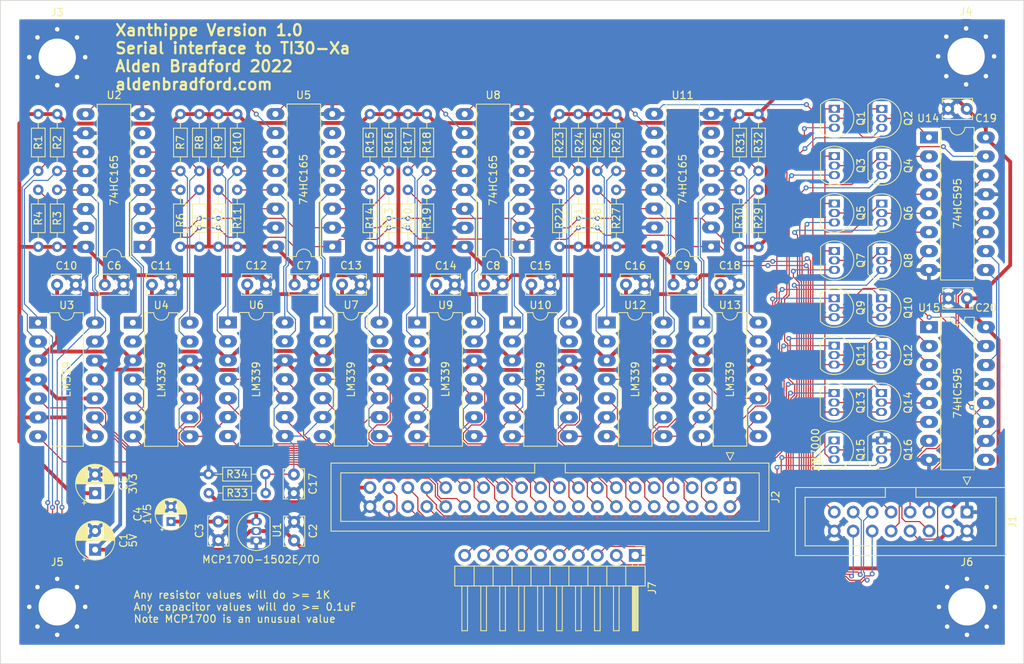
<source format=kicad_pcb>
(kicad_pcb (version 20211014) (generator pcbnew)
  (layers (0 "F.Cu" signal) (31 "B.Cu" power) (36 "B.SilkS" user "B.Silkscreen") (37 "F.SilkS" user "F.Silkscreen") (38 "B.Mask" user) (39 "F.Mask" user) (44 "Edge.Cuts" user))
  (net 0 "")
  (net 1 "+5V")
  (net 2 "GND")
  (net 3 "+1V5")
  (net 4 "+3V3")
  (net 5 "Net-(C17-Pad1)")
  (net 6 "/Keypad Driving/CLOCK")
  (net 7 "/Keypad Driving/DATA")
  (net 8 "/Keypad Driving/SHOW")
  (net 9 "/Keypad Driving/~{BLANK}")
  (net 10 "/LCD Reading/CLOCK")
  (net 11 "/LCD Reading/DATA")
  (net 12 "/LCD Reading/DAT-1")
  (net 13 "/LCD Reading/DAT-2")
  (net 14 "/LCD Reading/DAT-3")
  (net 15 "/LCD Reading/DAT-4")
  (net 16 "/LCD Reading/~{SAMPLE}")
  (net 17 "/LCD Reading/LCD-31")
  (net 18 "/LCD Reading/LCD-32")
  (net 19 "/LCD Reading/LCD-29")
  (net 20 "/LCD Reading/LCD-30")
  (net 21 "/LCD Reading/LCD-27")
  (net 22 "/LCD Reading/LCD-28")
  (net 23 "/LCD Reading/LCD-25")
  (net 24 "/LCD Reading/LCD-26")
  (net 25 "/LCD Reading/LCD-23")
  (net 26 "/LCD Reading/LCD-24")
  (net 27 "/LCD Reading/LCD-21")
  (net 28 "/LCD Reading/LCD-22")
  (net 29 "/LCD Reading/LCD-19")
  (net 30 "/LCD Reading/LCD-20")
  (net 31 "/LCD Reading/LCD-17")
  (net 32 "/LCD Reading/LCD-18")
  (net 33 "/LCD Reading/LCD-15")
  (net 34 "/LCD Reading/LCD-16")
  (net 35 "/LCD Reading/LCD-13")
  (net 36 "/LCD Reading/LCD-14")
  (net 37 "/LCD Reading/LCD-11")
  (net 38 "/LCD Reading/LCD-12")
  (net 39 "/LCD Reading/LCD-9")
  (net 40 "/LCD Reading/LCD-10")
  (net 41 "/LCD Reading/LCD-7")
  (net 42 "/LCD Reading/LCD-8")
  (net 43 "/LCD Reading/LCD-5")
  (net 44 "/LCD Reading/LCD-6")
  (net 45 "/LCD Reading/LCD-3")
  (net 46 "/LCD Reading/LCD-4")
  (net 47 "/LCD Reading/LCD-1")
  (net 48 "/LCD Reading/LCD-2")
  (net 49 "/Keypad Driving/B0")
  (net 50 "/Keypad Driving/A0")
  (net 51 "/Keypad Driving/B1")
  (net 52 "/Keypad Driving/A1")
  (net 53 "/Keypad Driving/B2")
  (net 54 "/Keypad Driving/A2")
  (net 55 "/Keypad Driving/A3")
  (net 56 "/Keypad Driving/A4")
  (net 57 "/Keypad Driving/A5")
  (net 58 "/Keypad Driving/A6")
  (net 59 "/Keypad Driving/A7")
  (net 60 "/Keypad Driving/B3")
  (net 61 "/Keypad Driving/B4")
  (net 62 "/Keypad Driving/B5")
  (net 63 "/Keypad Driving/B6")
  (net 64 "/Keypad Driving/RESET")
  (net 65 "Net-(Q1-Pad1)")
  (net 66 "/LCD Reading/DAT-5")
  (net 67 "/LCD Reading/DAT-6")
  (net 68 "/LCD Reading/DAT-7")
  (net 69 "/LCD Reading/DAT-8")
  (net 70 "/LCD Reading/DAT-9")
  (net 71 "/LCD Reading/DAT-10")
  (net 72 "/LCD Reading/DAT-11")
  (net 73 "/LCD Reading/DAT-12")
  (net 74 "/LCD Reading/DAT-13")
  (net 75 "/LCD Reading/DAT-14")
  (net 76 "/LCD Reading/DAT-15")
  (net 77 "/LCD Reading/DAT-16")
  (net 78 "/LCD Reading/DAT-17")
  (net 79 "/LCD Reading/DAT-18")
  (net 80 "/LCD Reading/DAT-19")
  (net 81 "/LCD Reading/DAT-20")
  (net 82 "/LCD Reading/DAT-21")
  (net 83 "/LCD Reading/DAT-22")
  (net 84 "/LCD Reading/DAT-23")
  (net 85 "/LCD Reading/DAT-24")
  (net 86 "/LCD Reading/DAT-25")
  (net 87 "/LCD Reading/DAT-26")
  (net 88 "/LCD Reading/DAT-27")
  (net 89 "/LCD Reading/DAT-28")
  (net 90 "/LCD Reading/DAT-29")
  (net 91 "/LCD Reading/DAT-30")
  (net 92 "/LCD Reading/DAT-31")
  (net 93 "/LCD Reading/DAT-32")
  (net 95 "Net-(U2-Pad9)")
  (net 97 "Net-(U5-Pad9)")
  (net 99 "Net-(U11-Pad10)")
  (net 101 "Net-(U14-Pad9)")
  (net 103 "/Keypad Driving/XA0")
  (net 104 "/Keypad Driving/XA1")
  (net 105 "/Keypad Driving/XA2")
  (net 106 "/Keypad Driving/XA3")
  (net 107 "/Keypad Driving/XA4")
  (net 108 "/Keypad Driving/XA5")
  (net 109 "/Keypad Driving/XA6")
  (net 110 "/Keypad Driving/XA7")
  (net 111 "/Keypad Driving/XB0")
  (net 112 "/Keypad Driving/XB1")
  (net 113 "/Keypad Driving/XB2")
  (net 114 "/Keypad Driving/XB3")
  (net 115 "/Keypad Driving/XB4")
  (net 116 "/Keypad Driving/XB5")
  (net 117 "/Keypad Driving/XB6")
  (net 118 "/Keypad Driving/XRESET")
  (footprint "Resistor_THT:R_Axial_DIN0204_L3.6mm_D1.6mm_P7.62mm_Horizontal" (layer "F.Cu") (at 77.47 58.42 90)
    (fp_text reference "R13")
    (fp_text value "100K")
  )
  (footprint "Capacitor_THT:CP_Radial_D5.0mm_P2.50mm" (layer "F.Cu") (at 38.1 91.44 90)
    (fp_text reference "C5")
    (fp_text value "100uF")
  )
  (footprint "Capacitor_THT:C_Disc_D3.8mm_W2.6mm_P2.50mm" (layer "F.Cu") (at 64.77 97.79 90)
    (fp_text reference "C2")
    (fp_text value "0.1uF")
  )
  (footprint "MountingHole:MountingHole_5mm_Pad_Via" (layer "F.Cu") (at 154.82835 32.90835)
    (fp_text reference "J4")
    (fp_text value "Conn_01x01")
  )
  (footprint "Resistor_THT:R_Axial_DIN0204_L3.6mm_D1.6mm_P7.62mm_Horizontal" (layer "F.Cu") (at 57.15 58.42 90)
    (fp_text reference "R11")
    (fp_text value "100K")
  )
  (footprint "Package_TO_SOT_THT:TO-92_Inline" (layer "F.Cu") (at 143.525 58.990352 -90)
    (fp_text reference "Q8")
    (fp_text value "2N7000")
  )
  (footprint "Capacitor_THT:C_Disc_D3.8mm_W2.6mm_P2.50mm" (layer "F.Cu") (at 154.955 65.340352 180)
    (fp_text reference "C20")
    (fp_text value "0.1uF")
  )
  (footprint "Package_DIP:DIP-14_W7.62mm_LongPads" (layer "F.Cu") (at 81.265 68.575)
    (fp_text reference "U9")
    (fp_text value "LM339")
  )
  (footprint "Resistor_THT:R_Axial_DIN0204_L3.6mm_D1.6mm_P7.62mm_Horizontal" (layer "F.Cu") (at 53.34 91.44)
    (fp_text reference "R33")
    (fp_text value "100K")
  )
  (footprint "Resistor_THT:R_Axial_DIN0204_L3.6mm_D1.6mm_P7.62mm_Horizontal" (layer "F.Cu") (at 54.61 40.64 -90)
    (fp_text reference "R9")
    (fp_text value "100K")
  )
  (footprint "Capacitor_THT:CP_Radial_D4.0mm_P2.00mm" (layer "F.Cu") (at 48.26 95.25 90)
    (fp_text reference "C4")
    (fp_text value "10uF")
  )
  (footprint "Capacitor_THT:C_Disc_D3.8mm_W2.6mm_P2.50mm" (layer "F.Cu") (at 54.61 95.25 -90)
    (fp_text reference "C3")
    (fp_text value "0.1uF")
  )
  (footprint "Resistor_THT:R_Axial_DIN0204_L3.6mm_D1.6mm_P7.62mm_Horizontal" (layer "F.Cu") (at 107.95 58.42 90)
    (fp_text reference "R27")
    (fp_text value "100K")
  )
  (footprint "Resistor_THT:R_Axial_DIN0204_L3.6mm_D1.6mm_P7.62mm_Horizontal" (layer "F.Cu") (at 100.33 40.64 -90)
    (fp_text reference "R23")
    (fp_text value "100K")
  )
  (footprint "Package_DIP:DIP-16_W7.62mm_LongPads" (layer "F.Cu") (at 95.25 58.42 180)
    (fp_text reference "U8")
    (fp_text value "74HC165")
  )
  (footprint "MountingHole:MountingHole_5mm_Pad_Via" (layer "F.Cu") (at 154.94 106.68)
    (fp_text reference "J6")
    (fp_text value "Conn_01x01")
  )
  (footprint "Capacitor_THT:C_Disc_D3.8mm_W2.6mm_P2.50mm" (layer "F.Cu") (at 109.245 63.495)
    (fp_text reference "C16")
    (fp_text value "0.1uF")
  )
  (footprint "Resistor_THT:R_Axial_DIN0204_L3.6mm_D1.6mm_P7.62mm_Horizontal" (layer "F.Cu") (at 60.92 88.9 180)
    (fp_text reference "R34")
    (fp_text value "100K")
  )
  (footprint "Package_TO_SOT_THT:TO-92_Inline" (layer "F.Cu") (at 143.525 46.290352 -90)
    (fp_text reference "Q4")
    (fp_text value "2N7000")
  )
  (footprint "Package_DIP:DIP-14_W7.62mm_LongPads" (layer "F.Cu") (at 119.365 68.57)
    (fp_text reference "U13")
    (fp_text value "LM339")
  )
  (footprint "Resistor_THT:R_Axial_DIN0204_L3.6mm_D1.6mm_P7.62mm_Horizontal" (layer "F.Cu") (at 127 40.64 -90)
    (fp_text reference "R32")
    (fp_text value "100K")
  )
  (footprint "Resistor_THT:R_Axial_DIN0204_L3.6mm_D1.6mm_P7.62mm_Horizontal" (layer "F.Cu") (at 52.07 40.64 -90)
    (fp_text reference "R8")
    (fp_text value "100K")
  )
  (footprint "Capacitor_THT:C_Disc_D3.8mm_W2.6mm_P2.50mm" (layer "F.Cu") (at 67.34 63.485 180)
    (fp_text reference "C7")
    (fp_text value "0.1uF")
  )
  (footprint "Package_TO_SOT_THT:TO-92_Inline" (layer "F.Cu") (at 143.525 39.940352 -90)
    (fp_text reference "Q2")
    (fp_text value "2N7000")
  )
  (footprint "Package_DIP:DIP-14_W7.62mm_LongPads" (layer "F.Cu") (at 68.595 68.56)
    (fp_text reference "U7")
    (fp_text value "LM339")
  )
  (footprint "Resistor_THT:R_Axial_DIN0204_L3.6mm_D1.6mm_P7.62mm_Horizontal" (layer "F.Cu") (at 74.93 40.64 -90)
    (fp_text reference "R15")
    (fp_text value "100K")
  )
  (footprint "Resistor_THT:R_Axial_DIN0204_L3.6mm_D1.6mm_P7.62mm_Horizontal" (layer "F.Cu") (at 77.47 40.64 -90)
    (fp_text reference "R16")
    (fp_text value "100K")
  )
  (footprint "Resistor_THT:R_Axial_DIN0204_L3.6mm_D1.6mm_P7.62mm_Horizontal" (layer "F.Cu") (at 82.55 40.64 -90)
    (fp_text reference "R18")
    (fp_text value "100K")
  )
  (footprint "Package_TO_SOT_THT:TO-92_Inline" (layer "F.Cu") (at 143.495 84.375352 -90)
    (fp_text reference "Q16")
    (fp_text value "2N7000")
  )
  (footprint "Package_TO_SOT_THT:TO-92_Inline" (layer "F.Cu") (at 137.175 52.625352 -90)
    (fp_text reference "Q5")
    (fp_text value "2N7000")
  )
  (footprint "Resistor_THT:R_Axial_DIN0204_L3.6mm_D1.6mm_P7.62mm_Horizontal" (layer "F.Cu") (at 124.46 58.42 90)
    (fp_text reference "R30")
    (fp_text value "100K")
  )
  (footprint "Capacitor_THT:C_Disc_D3.8mm_W2.6mm_P2.50mm" (layer "F.Cu") (at 83.805 63.5)
    (fp_text reference "C14")
    (fp_text value "0.1uF")
  )
  (footprint "MountingHole:MountingHole_5mm_Pad_Via" (layer "F.Cu") (at 33.02 33.02)
    (fp_text reference "J3")
    (fp_text value "Conn_01x01")
  )
  (footprint "Resistor_THT:R_Axial_DIN0204_L3.6mm_D1.6mm_P7.62mm_Horizontal" (layer "F.Cu") (at 107.95 40.64 -90)
    (fp_text reference "R26")
    (fp_text value "100K")
  )
  (footprint "Package_DIP:DIP-16_W7.62mm_LongPads" (layer "F.Cu") (at 44.435 58.435 180)
    (fp_text reference "U2")
    (fp_text value "74HC165")
  )
  (footprint "Resistor_THT:R_Axial_DIN0204_L3.6mm_D1.6mm_P7.62mm_Horizontal" (layer "F.Cu") (at 105.41 40.64 -90)
    (fp_text reference "R25")
    (fp_text value "100K")
  )
  (footprint "Resistor_THT:R_Axial_DIN0204_L3.6mm_D1.6mm_P7.62mm_Horizontal" (layer "F.Cu") (at 82.55 58.42 90)
    (fp_text reference "R19")
    (fp_text value "100K")
  )
  (footprint "Resistor_THT:R_Axial_DIN0204_L3.6mm_D1.6mm_P7.62mm_Horizontal" (layer "F.Cu") (at 80.01 58.42 90)
    (fp_text reference "R20")
    (fp_text value "100K")
  )
  (footprint "Package_TO_SOT_THT:TO-92_Inline" (layer "F.Cu") (at 137.175 39.925352 -90)
    (fp_text reference "Q1")
    (fp_text value "2N7000")
  )
  (footprint "Package_TO_SOT_THT:TO-92_Inline" (layer "F.Cu") (at 137.145 71.675352 -90)
    (fp_text reference "Q11")
    (fp_text value "2N7000")
  )
  (footprint "Resistor_THT:R_Axial_DIN0204_L3.6mm_D1.6mm_P7.62mm_Horizontal" (layer "F.Cu") (at 33.02 40.64 -90)
    (fp_text reference "R2")
    (fp_text value "100K")
  )
  (footprint "Resistor_THT:R_Axial_DIN0204_L3.6mm_D1.6mm_P7.62mm_Horizontal" (layer "F.Cu") (at 49.53 58.42 90)
    (fp_text reference "R6")
    (fp_text value "100K")
  )
  (footprint "Package_TO_SOT_THT:TO-92_Inline" (layer "F.Cu") (at 143.48 78.025352 -90)
    (fp_text reference "Q14")
    (fp_text value "2N7000")
  )
  (footprint "Resistor_THT:R_Axial_DIN0204_L3.6mm_D1.6mm_P7.62mm_Horizontal" (layer "F.Cu") (at 102.87 58.42 90)
    (fp_text reference "R21")
    (fp_text value "100K")
  )
  (footprint "Capacitor_THT:C_Disc_D3.8mm_W2.6mm_P2.50mm" (layer "F.Cu") (at 45.705 63.515)
    (fp_text reference "C11")
    (fp_text value "0.1uF")
  )
  (footprint "Connector_PinHeader_2.54mm:PinHeader_1x10_P2.54mm_Horizontal" (layer "F.Cu") (at 110.485 99.78 -90)
    (fp_text reference "J7")
    (fp_text value "Conn_01x10_TI30XA")
  )
  (footprint "Package_TO_SOT_THT:TO-92_Inline" (layer "F.Cu") (at 137.145 65.325352 -90)
    (fp_text reference "Q9")
    (fp_text value "2N7000")
  )
  (footprint "Package_DIP:DIP-14_W7.62mm_LongPads" (layer "F.Cu") (at 43.15 68.59)
    (fp_text reference "U4")
    (fp_text value "LM339")
  )
  (footprint "Capacitor_THT:C_Disc_D3.8mm_W2.6mm_P2.50mm" (layer "F.Cu") (at 71.19 63.485)
    (fp_text reference "C13")
    (fp_text value "0.1uF")
  )
  (footprint "Package_TO_SOT_THT:TO-92_Inline" (layer "F.Cu") (at 143.495 65.325352 -90)
    (fp_text reference "Q10")
    (fp_text value "2N7000")
  )
  (footprint "Resistor_THT:R_Axial_DIN0204_L3.6mm_D1.6mm_P7.62mm_Horizontal" (layer "F.Cu") (at 100.33 58.42 90)
    (fp_text reference "R22")
    (fp_text value "100K")
  )
  (footprint "Package_TO_SOT_THT:TO-92_Inline" (layer "F.Cu") (at 59.69 97.79 90)
    (fp_text reference "U1")
    (fp_text value "MCP1700-1502E/TO")
  )
  (footprint "Resistor_THT:R_Axial_DIN0204_L3.6mm_D1.6mm_P7.62mm_Horizontal" (layer "F.Cu") (at 127 58.42 90)
    (fp_text reference "R29")
    (fp_text value "100K")
  )
  (footprint "Package_TO_SOT_THT:TO-92_Inline" (layer "F.Cu") (at 137.175 58.975352 -90)
    (fp_text reference "Q7")
    (fp_text value "2N7000")
  )
  (footprint "Package_DIP:DIP-14_W7.62mm_LongPads" (layer "F.Cu") (at 30.45 68.59)
    (fp_text reference "U3")
    (fp_text value "LM339")
  )
  (footprint "Capacitor_THT:C_Disc_D3.8mm_W2.6mm_P2.50mm" (layer "F.Cu") (at 152.415 39.940352)
    (fp_text reference "C19")
    (fp_text value "0.1uF")
  )
  (footprint "Package_DIP:DIP-16_W7.62mm_LongPads" (layer "F.Cu") (at 149.86 69.195352)
    (fp_text reference "U15")
    (fp_text value "74HC595")
  )
  (footprint "Resistor_THT:R_Axial_DIN0204_L3.6mm_D1.6mm_P7.62mm_Horizontal" (layer "F.Cu") (at 54.61 58.42 90)
    (fp_text reference "R12")
    (fp_text value "100K")
  )
  (footprint "Capacitor_THT:C_Disc_D3.8mm_W2.6mm_P2.50mm" (layer "F.Cu") (at 121.905 63.495)
    (fp_text reference "C18")
    (fp_text value "0.1uF")
  )
  (footprint "Resistor_THT:R_Axial_DIN0204_L3.6mm_D1.6mm_P7.62mm_Horizontal" (layer "F.Cu") (at 33.02 58.42 90)
    (fp_text reference "R3")
    (fp_text value "100K")
  )
  (footprint "Capacitor_THT:C_Disc_D3.8mm_W2.6mm_P2.50mm" (layer "F.Cu") (at 33.005 63.515)
    (fp_text reference "C10")
    (fp_text value "0.1uF")
  )
  (footprint "Capacitor_THT:CP_Radial_D5.0mm_P2.50mm" (layer "F.Cu") (at 38.1 99.02 90)
    (fp_text reference "C1")
    (fp_text value "100uF")
  )
  (footprint "Package_DIP:DIP-14_W7.62mm_LongPads" (layer "F.Cu") (at 93.98 68.58)
    (fp_text reference "U10")
    (fp_text value "LM339")
  )
  (footprint "Package_TO_SOT_THT:TO-92_Inline" (layer "F.Cu") (at 143.525 52.640352 -90)
    (fp_text reference "Q6")
    (fp_text value "2N7000")
  )
  (footprint "Package_DIP:DIP-16_W7.62mm_LongPads" (layer "F.Cu") (at 149.845 43.765352)
    (fp_text reference "U14")
    (fp_text value "74HC595")
  )
  (footprint "Package_TO_SOT_THT:TO-92_Inline" (layer "F.Cu") (at 137.13 78.025352 -90)
    (fp_text reference "Q13")
    (fp_text value "2N7000")
  )
  (footprint "Package_DIP:DIP-14_W7.62mm_LongPads" (layer "F.Cu") (at 106.665 68.575)
    (fp_text reference "U12")
    (fp_text value "LM339")
  )
  (footprint "Package_TO_SOT_THT:TO-92_Inline" (layer "F.Cu") (at 143.495 71.675352 -90)
    (fp_text reference "Q12")
    (fp_text value "2N7000")
  )
  (footprint "Resistor_THT:R_Axial_DIN0204_L3.6mm_D1.6mm_P7.62mm_Horizontal" (layer "F.Cu") (at 52.07 58.42 90)
    (fp_text reference "R5")
    (fp_text value "100K")
  )
  (footprint "Resistor_THT:R_Axial_DIN0204_L3.6mm_D1.6mm_P7.62mm_Horizontal" (layer "F.Cu") (at 30.48 58.42 90)
    (fp_text reference "R4")
    (fp_text value "100K")
  )
  (footprint "Package_TO_SOT_THT:TO-92_Inline" (layer "F.Cu") (at 137.13 84.375352 -90)
    (fp_text reference "Q15")
    (fp_text value "2N7000")
  )
  (footprint "Resistor_THT:R_Axial_DIN0204_L3.6mm_D1.6mm_P7.62mm_Horizontal" (layer "F.Cu") (at 74.93 58.42 90)
    (fp_text reference "R14")
    (fp_text value "100K")
  )
  (footprint "Package_DIP:DIP-16_W7.62mm_LongPads" (layer "F.Cu") (at 69.88 58.405 180)
    (fp_text reference "U5")
    (fp_text value "74HC165")
  )
  (footprint "Resistor_THT:R_Axial_DIN0204_L3.6mm_D1.6mm_P7.62mm_Horizontal" (layer "F.Cu") (at 102.87 40.64 -90)
    (fp_text reference "R24")
    (fp_text value "100K")
  )
  (footprint "Connector_IDC:IDC-Header_2x08_P2.54mm_Vertical" (layer "F.Cu") (at 154.94 93.98 -90)
    (fp_text reference "J1")
    (fp_text value "Conn_02x08_Interface_Side")
  )
  (footprint "MountingHole:MountingHole_5mm_Pad_Via" (layer "F.Cu") (at 33.02 106.68)
    (fp_text reference "J5")
    (fp_text value "Conn_01x01")
  )
  (footprint "Package_DIP:DIP-16_W7.62mm_LongPads" (layer "F.Cu") (at 120.65 58.385 180)
    (fp_text reference "U11")
    (fp_text value "74HC165")
  )
  (footprint "Resistor_THT:R_Axial_DIN0204_L3.6mm_D1.6mm_P7.62mm_Horizontal" (layer "F.Cu") (at 124.46 40.64 -90)
    (fp_text reference "R31")
    (fp_text value "100K")
  )
  (footprint "Package_TO_SOT_THT:TO-92_Inline" (layer "F.Cu") (at 137.175 46.275352 -90)
    (fp_text reference "Q3")
    (fp_text value "2N7000")
  )
  (footprint "Capacitor_THT:C_Disc_D3.8mm_W2.6mm_P2.50mm" (layer "F.Cu") (at 64.73 88.94 -90)
    (fp_text reference "C17")
    (fp_text value "0.1uF")
  )
  (footprint "Resistor_THT:R_Axial_DIN0204_L3.6mm_D1.6mm_P7.62mm_Horizontal" (layer "F.Cu") (at 105.41 58.42 90)
    (fp_text reference "R28")
    (fp_text value "100K")
  )
  (footprint "Capacitor_THT:C_Disc_D3.8mm_W2.6mm_P2.50mm" (layer "F.Cu") (at 96.56 63.5)
    (fp_text reference "C15")
    (fp_text value "0.1uF")
  )
  (footprint "Resistor_THT:R_Axial_DIN0204_L3.6mm_D1.6mm_P7.62mm_Horizontal" (layer "F.Cu") (at 57.15 40.64 -90)
    (fp_text reference "R10")
    (fp_text value "100K")
  )
  (footprint "Resistor_THT:R_Axial_DIN0204_L3.6mm_D1.6mm_P7.62mm_Horizontal" (layer "F.Cu") (at 49.53 40.64 -90)
    (fp_text reference "R7")
    (fp_text value "100K")
  )
  (footprint "Resistor_THT:R_Axial_DIN0204_L3.6mm_D1.6mm_P7.62mm_Horizontal" (layer "F.Cu") (at 30.48 40.64 -90)
    (fp_text reference "R1")
    (fp_text value "100K")
  )
  (footprint "Capacitor_THT:C_Disc_D3.8mm_W2.6mm_P2.50mm" (layer "F.Cu") (at 92.71 63.5 180)
    (fp_text reference "C8")
    (fp_text value "0.1uF")
  )
  (footprint "Connector_IDC:IDC-Header_2x20_P2.54mm_Vertical" (layer "F.Cu") (at 123.19 90.7025 -90)
    (fp_text reference "J2")
    (fp_text value "Conn_02x20_TI30XA")
  )
  (footprint "Capacitor_THT:C_Disc_D3.8mm_W2.6mm_P2.50mm" (layer "F.Cu") (at 58.49 63.485)
    (fp_text reference "C12")
    (fp_text value "0.1uF")
  )
  (footprint "Capacitor_THT:C_Disc_D3.8mm_W2.6mm_P2.50mm" (layer "F.Cu") (at 118.11 63.465 180)
    (fp_text reference "C9")
    (fp_text value "0.1uF")
  )
  (footprint "Package_DIP:DIP-14_W7.62mm_LongPads" (layer "F.Cu") (at 55.895 68.56)
    (fp_text reference "U6")
    (fp_text value "LM339")
  )
  (footprint "Capacitor_THT:C_Disc_D3.8mm_W2.6mm_P2.50mm" (layer "F.Cu") (at 41.895 63.515 180)
    (fp_text reference "C6")
    (fp_text value "0.1uF")
  )
  (footprint "Resistor_THT:R_Axial_DIN0204_L3.6mm_D1.6mm_P7.62mm_Horizontal" (layer "F.Cu") (at 80.01 40.64 -90)
    (fp_text reference "R17")
    (fp_text value "100K")
  )
  (gr_rect (start 25.4 25.4) (end 162.56 114.3) (layer "Edge.Cuts") (width 0.1) (fill none))
  (gr_text "LM339" (at 97.79 76.2 90) (layer "F.SilkS") (effects (font (size 1 1))))
  (gr_text "74HC165" (at 66.04 49.403 90) (layer "F.SilkS") (effects (font (size 1 1))))
  (gr_text "74HC595" (at 153.685 52.625352 90) (layer "F.SilkS") (effects (font (size 1 1))))
  (gr_text "LM339" (at 34.29 76.2 90) (layer "F.SilkS") (effects (font (size 1 1))))
  (gr_text "LM339" (at 59.69 76.2 90) (layer "F.SilkS") (effects (font (size 1 1))))
  (gr_text "LM339" (at 85.052711 76.171321 90) (layer "F.SilkS") (effects (font (size 1 1))))
  (gr_text "74HC165" (at 116.84 49.403 90) (layer "F.SilkS") (effects (font (size 1 1))))
  (gr_text "1V5" (at 45.085 94.25 90) (layer "F.SilkS") (effects (font (size 1 1))))
  (gr_text "74HC165" (at 91.44 49.53 90) (layer "F.SilkS") (effects (font (size 1 1))))
  (gr_text "Any resistor values will do >= 1K\nAny capacitor values will do >= 0.1uF\nNote MCP1700 is an unusual value" (at 43.18 106.68) (layer "F.SilkS") (effects (font (size 1 1)) (justify left)))
  (gr_text "3V3" (at 43.18 90.17 90) (layer "F.SilkS") (effects (font (size 1 1))))
  (gr_text "LM339" (at 110.49 76.2 90) (layer "F.SilkS") (effects (font (size 1 1))))
  (gr_text "LM339" (at 46.99 76.21 90) (layer "F.SilkS") (effects (font (size 1 1))))
  (gr_text "2N7000" (at 134.635 85.645352 90) (layer "F.SilkS") (effects (font (size 1 1))))
  (gr_text "LM339" (at 72.39 76.2 90) (layer "F.SilkS") (effects (font (size 1 1))))
  (gr_text "74HC595" (at 153.685 78.025352 90) (layer "F.SilkS") (effects (font (size 1 1))))
  (gr_text "MCP1700-1502E/TO" (at 60.325 100.33) (layer "F.SilkS") (effects (font (size 1 1))))
  (gr_text "74HC165" (at 40.64 49.53 90) (layer "F.SilkS") (effects (font (size 1 1))))
  (gr_text "5V" (at 43.18 97.79 90) (layer "F.SilkS") (effects (font (size 1 1))))
  (gr_text "Xanthippe Version 1.0\nSerial interface to TI30-Xa\nAlden Bradford 2022\naldenbradford.com" (at 40.64 33.02) (layer "F.SilkS") (effects (font (size 1.5 1.5) (thickness 0.3)) (justify left)))
  (gr_text "LM339" (at 123.19 76.19 90) (layer "F.SilkS") (effects (font (size 1 1))))
  (segment (start 82.53 72.39) (end 92.71 72.39) (width 0.508) (layer "F.Cu") (net 1))
  (segment (start 80 72.39) (end 81.265 73.655) (width 0.508) (layer "F.Cu") (net 1))
  (segment (start 59.69 96.52) (end 63.5 96.52) (width 0.508) (layer "F.Cu") (net 1))
  (segment (start 71.19 63.485) (end 71.19 71.045) (width 0.508) (layer "F.Cu") (net 1))
  (segment (start 58.49 71.045) (end 55.895 73.64) (width 0.508) (layer "F.Cu") (net 1))
  (segment (start 43.15 73.67) (end 44.3564 72.4636) (width 0.508) (layer "F.Cu") (net 1))
  (segment (start 56.3722 99.02) (end 58.8722 96.52) (width 0.508) (layer "F.Cu") (net 1))
  (segment (start 121.905 63.495) (end 121.905 71.11) (width 0.508) (layer "F.Cu") (net 1))
  (segment (start 109.245 71.075) (end 106.665 73.655) (width 0.508) (layer "F.Cu") (net 1))
  (segment (start 31.6564 72.4636) (end 41.9436 72.4636) (width 0.508) (layer "F.Cu") (net 1))
  (segment (start 96.56 63.5) (end 96.56 71.08) (width 0.508) (layer "F.Cu") (net 1))
  (segment (start 58.49 63.485) (end 58.49 71.045) (width 0.508) (layer "F.Cu") (net 1))
  (segment (start 57.145 72.39) (end 67.345 72.39) (width 0.508) (layer "F.Cu") (net 1))
  (segment (start 71.19 71.045) (end 68.595 73.64) (width 0.508) (layer "F.Cu") (net 1))
  (segment (start 33.005 71.115) (end 33.005 63.515) (width 0.508) (layer "F.Cu") (net 1))
  (segment (start 107.93 72.39) (end 118.105 72.39) (width 0.508) (layer "F.Cu") (net 1))
  (segment (start 69.845 72.39) (end 80 72.39) (width 0.508) (layer "F.Cu") (net 1))
  (segment (start 109.245 63.495) (end 109.245 71.075) (width 0.508) (layer "F.Cu") (net 1))
  (segment (start 30.45 73.67) (end 31.6564 72.4636) (width 0.508) (layer "F.Cu") (net 1))
  (segment (start 58.8722 96.52) (end 59.69 96.52) (width 0.508) (layer "F.Cu") (net 1))
  (segment (start 44.3564 72.4636) (end 54.7186 72.4636) (width 0.508) (layer "F.Cu") (net 1))
  (segment (start 38.1 99.02) (end 56.3722 99.02) (width 0.508) (layer "F.Cu") (net 1))
  (segment (start 83.805 63.5) (end 83.805 71.115) (width 0.508) (layer "F.Cu") (net 1))
  (segment (start 30.45 73.67) (end 33.005 71.115) (width 0.508) (layer "F.Cu") (net 1))
  (segment (start 68.5038 101.5238) (end 64.77 97.79) (width 0.508) (layer "F.Cu") (net 1))
  (segment (start 45.705 63.515) (end 45.705 71.115) (width 0.508) (layer "F.Cu") (net 1))
  (segment (start 118.105 72.39) (end 119.365 73.65) (width 0.508) (layer "F.Cu") (net 1))
  (segment (start 152.4 96.5675) (end 147.4437 101.5238) (width 0.508) (layer "F.Cu") (net 1))
  (segment (start 41.9436 72.4636) (end 43.15 73.67) (width 0.508) (layer "F.Cu") (net 1))
  (segment (start 45.705 71.115) (end 43.15 73.67) (width 0.508) (layer "F.Cu") (net 1))
  (segment (start 93.98 73.66) (end 95.25 72.39) (width 0.508) (layer "F.Cu") (net 1))
  (segment (start 105.4 72.39) (end 106.665 73.655) (width 0.508) (layer "F.Cu") (net 1))
  (segment (start 67.345 72.39) (end 68.595 73.64) (width 0.508) (layer "F.Cu") (net 1))
  (segment (start 81.265 73.655) (end 82.53 72.39) (width 0.508) (layer "F.Cu") (net 1))
  (segment (start 63.5 96.52) (end 64.77 97.79) (width 0.508) (layer "F.Cu") (net 1))
  (segment (start 92.71 72.39) (end 93.98 73.66) (width 0.508) (layer "F.Cu") (net 1))
  (segment (start 54.7186 72.4636) (end 55.895 73.64) (width 0.508) (layer "F.Cu") (net 1))
  (segment (start 147.4437 101.5238) (end 68.5038 101.5238) (width 0.508) (layer "F.Cu") (net 1))
  (segment (start 106.665 73.655) (end 107.93 72.39) (width 0.508) (layer "F.Cu") (net 1))
  (segment (start 83.805 71.115) (end 81.265 73.655) (width 0.508) (layer "F.Cu") (net 1))
  (segment (start 96.56 71.08) (end 93.98 73.66) (width 0.508) (layer "F.Cu") (net 1))
  (segment (start 95.25 72.39) (end 105.4 72.39) (width 0.508) (layer "F.Cu") (net 1))
  (segment (start 55.895 73.64) (end 57.145 72.39) (width 0.508) (layer "F.Cu") (net 1))
  (segment (start 121.905 71.11) (end 119.365 73.65) (width 0.508) (layer "F.Cu") (net 1))
  (segment (start 68.595 73.64) (end 69.845 72.39) (width 0.508) (layer "F.Cu") (net 1))
  (segment (start 41.460532 75.359468) (end 43.15 73.67) (width 0.508) (layer "B.Cu") (net 1))
  (segment (start 41.460532 95.659468) (end 41.460532 75.359468) (width 0.508) (layer "B.Cu") (net 1))
  (segment (start 38.1 99.02) (end 41.460532 95.659468) (width 0.508) (layer "B.Cu") (net 1))
  (segment (start 87.575 64.77) (end 91.44 64.77) (width 0.508) (layer "F.Cu") (net 2))
  (segment (start 86.305 63.5) (end 87.575 64.77) (width 0.508) (layer "F.Cu") (net 2))
  (segment (start 111.745 63.495) (end 113.02 64.77) (width 0.508) (layer "F.Cu") (net 2))
  (segment (start 60.99 63.485) (end 62.275 64.77) (width 0.508) (layer "F.Cu") (net 2))
  (segment (start 74.925 74.93) (end 76.215 73.64) (width 0.508) (layer "F.Cu") (net 2))
  (segment (start 38.07 73.67) (end 39.2764 74.8764) (width 0.508) (layer "F.Cu") (net 2))
  (segment (start 114.295 73.655) (end 115.57 74.93) (width 0.508) (layer "F.Cu") (net 2))
  (segment (start 100.33 74.93) (end 101.6 73.66) (width 0.508) (layer "F.Cu") (net 2))
  (segment (start 100.33 62.23) (end 110.48 62.23) (width 0.508) (layer "F.Cu") (net 2))
  (segment (start 91.44 64.77) (end 92.71 63.5) (width 0.508) (layer "F.Cu") (net 2))
  (segment (start 41.895 63.515) (end 40.64 64.77) (width 0.508) (layer "F.Cu") (net 2))
  (segment (start 99.06 63.5) (end 100.33 62.23) (width 0.508) (layer "F.Cu") (net 2))
  (segment (start 93.98 62.23) (end 97.79 62.23) (width 0.508) (layer "F.Cu") (net 2))
  (segment (start 38.1 88.94) (end 43.95 88.94) (width 0.508) (layer "F.Cu") (net 2))
  (segment (start 62.275 64.77) (end 66.055 64.77) (width 0.508) (layer "F.Cu") (net 2))
  (segment (start 74.93 62.245) (end 74.93 62.23) (width 0.508) (layer "F.Cu") (net 2))
  (segment (start 90.16 74.93) (end 100.33 74.93) (width 0.508) (layer "F.Cu") (net 2))
  (segment (start 88.885 73.655) (end 90.16 74.93) (width 0.508) (layer "F.Cu") (net 2))
  (segment (start 125.705 74.93) (end 126.985 73.65) (width 0.508) (layer "F.Cu") (net 2))
  (segment (start 76.215 73.64) (end 77.505 74.93) (width 0.508) (layer "F.Cu") (net 2))
  (segment (start 113.02 64.77) (end 116.805 64.77) (width 0.508) (layer "F.Cu") (net 2))
  (segment (start 97.79 62.23) (end 99.06 63.5) (width 0.508) (layer "F.Cu") (net 2))
  (segment (start 72.435 62.23) (end 73.69 63.485) (width 0.508) (layer "F.Cu") (net 2))
  (segment (start 123.14 62.23) (end 124.405 63.495) (width 0.508) (layer "F.Cu") (net 2))
  (segment (start 43.95 88.94) (end 48.26 93.25) (width 0.508) (layer "F.Cu") (net 2))
  (segment (start 49.49 62.23) (end 60.325 62.23) (width 0.508) (layer "F.Cu") (net 2))
  (segment (start 67.34 63.485) (end 68.595 62.23) (width 0.508) (layer "F.Cu") (net 2))
  (segment (start 66.055 64.77) (end 67.34 63.485) (width 0.508) (layer "F.Cu") (net 2))
  (segment (start 64.77 74.93) (end 74.925 74.93) (width 0.508) (layer "F.Cu") (net 2))
  (segment (start 115.57 74.93) (end 125.705 74.93) (width 0.508) (layer "F.Cu") (net 2))
  (segment (start 92.71 63.5) (end 93.98 62.23) (width 0.508) (layer "F.Cu") (net 2))
  (segment (start 40.64 64.77) (end 36.76 64.77) (width 0.508) (layer "F.Cu") (net 2))
  (segment (start 39.2764 74.8764) (end 49.5636 74.8764) (width 0.508) (layer "F.Cu") (net 2))
  (segment (start 110.48 62.23) (end 111.745 63.495) (width 0.508) (layer "F.Cu") (net 2))
  (segment (start 73.69 63.485) (end 74.93 62.245) (width 0.508) (layer "F.Cu") (net 2))
  (segment (start 101.6 73.66) (end 102.87 74.93) (width 0.508) (layer "F.Cu") (net 2))
  (segment (start 60.325 62.23) (end 60.99 62.895) (width 0.508) (layer "F.Cu") (net 2))
  (segment (start 113.01 74.93) (end 114.285 73.655) (width 0.508) (layer "F.Cu") (net 2))
  (segment (start 63.515 73.675) (end 64.77 74.93) (width 0.508) (layer "F.Cu") (net 2))
  (segment (start 85.035 62.23) (end 86.305 63.5) (width 0.508) (layer "F.Cu") (net 2))
  (segment (start 116.805 64.77) (end 118.11 63.465) (width 0.508) (layer "F.Cu") (net 2))
  (segment (start 87.61 74.93) (end 88.885 73.655) (width 0.508) (layer "F.Cu") (net 2))
  (segment (start 52.03 74.93) (end 62.225 74.93) (width 0.508) (layer "F.Cu") (net 2))
  (segment (start 50.77 73.67) (end 52.03 74.93) (width 0.508) (layer "F.Cu") (net 2))
  (segment (start 43.18 62.23) (end 41.895 63.515) (width 0.508) (layer "F.Cu") (net 2))
  (segment (start 48.205 63.515) (end 49.49 62.23) (width 0.508) (layer "F.Cu") (net 2))
  (segment (start 49.5636 74.8764) (end 50.77 73.67) (width 0.508) (layer "F.Cu") (net 2))
  (segment (start 60.99 62.895) (end 60.99 63.485) (width 0.508) (layer "F.Cu") (net 2))
  (segment (start 46.92 62.23) (end 43.18 62.23) (width 0.508) (layer "F.Cu") (net 2))
  (segment (start 102.87 74.93) (end 113.01 74.93) (width 0.508) (layer "F.Cu") (net 2))
  (segment (start 77.505 74.93) (end 87.61 74.93) (width 0.508) (layer "F.Cu") (net 2))
  (segment (start 62.225 74.93) (end 63.515 73.64) (width 0.508) (layer "F.Cu") (net 2))
  (segment (start 48.205 63.515) (end 46.92 62.23) (width 0.508) (layer "F.Cu") (net 2))
  (segment (start 118.11 63.465) (end 119.345 62.23) (width 0.508) (layer "F.Cu") (net 2))
  (segment (start 74.93 62.23) (end 85.035 62.23) (width 0.508) (layer "F.Cu") (net 2))
  (segment (start 36.76 64.77) (end 35.505 63.515) (width 0.508) (layer "F.Cu") (net 2))
  (segment (start 68.595 62.23) (end 72.435 62.23) (width 0.508) (layer "F.Cu") (net 2))
  (segment (start 119.345 62.23) (end 123.14 62.23) (width 0.508) (layer "F.Cu") (net 2))
  (segment (start 59.69 95.25) (end 59.69 92.71) (width 0.508) (layer "F.Cu") (net 3))
  (segment (start 54.61 95.25) (end 59.69 95.25) (width 0.508) (layer "F.Cu") (net 3))
  (segment (start 73.0005 90.7025) (end 74.93 90.7025) (width 0.508) (layer "F.Cu") (net 3))
  (segment (start 48.26 95.25) (end 54.07 95.25) (width 0.508) (layer "F.Cu") (net 3))
  (segment (start 54.5464 92.6464) (end 59.7536 92.6464) (width 0.508) (layer "F.Cu") (net 3))
  (segment (start 53.34 91.44) (end 54.5464 92.6464) (width 0.508) (layer "F.Cu") (net 3))
  (segment (start 71.0566 92.6464) (end 73.0005 90.7025) (width 0.508) (layer "F.Cu") (net 3))
  (segment (start 59.69 92.71) (end 59.7536 92.6464) (width 0.508) (layer "F.Cu") (net 3))
  (segment (start 59.7536 92.6464) (end 71.0566 92.6464) (width 0.508) (layer "F.Cu") (net 3))
  (segment (start 87.63 58.42) (end 78.74 58.42) (width 0.508) (layer "F.Cu") (net 4))
  (segment (start 74.93 40.64) (end 78.74 40.64) (width 0.508) (layer "F.Cu") (net 4))
  (segment (start 57.15 40.64) (end 58.3414 41.8314) (width 0.508) (layer "F.Cu") (net 4))
  (segment (start 57.15 40.64) (end 53.34 40.64) (width 0.508) (layer "F.Cu") (net 4))
  (segment (start 53.34 58.39) (end 53.355 58.405) (width 0.508) (layer "F.Cu") (net 4))
  (segment (start 128.1064 57.3136) (end 127 58.42) (width 0.508) (layer "F.Cu") (net 4))
  (segment (start 104.14 40.64) (end 107.95 40.64) (width 0.508) (layer "F.Cu") (net 4))
  (segment (start 100.33 58.42) (end 107.95 58.42) (width 0.508) (layer "F.Cu") (net 4))
  (segment (start 157.465 43.765352) (end 157.465 42.490352) (width 0.508) (layer "F.Cu") (net 4))
  (segment (start 157.465 42.490352) (end 154.915 39.940352) (width 0.508) (layer "F.Cu") (net 4))
  (segment (start 99.1236 41.8464) (end 100.33 40.64) (width 0.508) (layer "F.Cu") (net 4))
  (segment (start 34.29 41.91) (end 48.26 41.91) (width 0.508) (layer "F.Cu") (net 4))
  (segment (start 27.94 41.91) (end 29.21 40.64) (width 0.508) (layer "F.Cu") (net 4))
  (segment (start 129.54 38.1) (end 153.074648 38.1) (width 0.508) (layer "F.Cu") (net 4))
  (segment (start 158.76524 88.33406) (end 159.169468 87.929832) (width 0.508) (layer "F.Cu") (net 4))
  (segment (start 160.7393 60.884521) (end 160.7393 47.039652) (width 0.508) (layer "F.Cu") (net 4))
  (segment (start 27.94 78.3) (end 27.94 58.42) (width 0.508) (layer "F.Cu") (net 4))
  (segment (start 38.1 91.44) (end 34.8996 91.44) (width 0.508) (layer "F.Cu") (net 4))
  (segment (start 90.21 63.5) (end 90.21 61) (width 0.508) (layer "F.Cu") (net 4))
  (segment (start 159.169468 87.929832) (end 159.169468 70.88482) (width 0.508) (layer "F.Cu") (net 4))
  (segment (start 152.4 93.98) (end 158.04594 88.33406) (width 0.508) (layer "F.Cu") (net 4))
  (segment (start 128.1064 41.7464) (end 128.1064 57.3136) (width 0.508) (layer "F.Cu") (net 4))
  (segment (start 27.95 81.29) (end 27.95 78.31) (width 0.508) (layer "F.Cu") (net 4))
  (segment (start 33.02 40.64) (end 34.29 41.91) (width 0.508) (layer "F.Cu") (net 4))
  (segment (start 36.815 58.435) (end 27.955 58.435) (width 0.508) (layer "F.Cu") (net 4))
  (segment (start 29.21 40.64) (end 30.48 40.64) (width 0.508) (layer "F.Cu") (net 4))
  (segment (start 53.34 40.64) (end 49.53 40.64) (width 0.508) (layer "F.Cu") (net 4))
  (segment (start 35.53 81.29) (end 38.07 83.83) (width 0.508) (layer "F.Cu") (net 4))
  (segment (start 34.8996 91.44) (end 27.94 84.4804) (width 0.508) (layer "F.Cu") (net 4))
  (segment (start 104.175 58.385) (end 113.03 58.385) (width 0.508) (layer "F.Cu") (net 4))
  (segment (start 39.395 63.515) (end 39.395 61.015) (width 0.508) (layer "F.Cu") (net 4))
  (segment (start 32.99 78.75) (end 38.07 78.75) (width 0.508) (layer "F.Cu") (net 4))
  (segment (start 100.33 40.64) (end 104.14 40.64) (width 0.508) (layer "F.Cu") (net 4))
  (segment (start 159.169468 70.88482) (end 157.48 69.195352) (width 0.508) (layer "F.Cu") (net 4))
  (segment (start 104.14 58.42) (end 104.175 58.385) (width 0.508) (layer "F.Cu") (net 4))
  (segment (start 156.283469 65.340352) (end 160.7393 60.884521) (width 0.508) (layer "F.Cu") (net 4))
  (segment (start 158.04594 88.33406) (end 158.76524 88.33406) (width 0.508) (layer "F.Cu") (net 4))
  (segment (start 27.94 81.28) (end 27.95 81.29) (width 0.508) (layer "F.Cu") (net 4))
  (segment (start 129.54 38.1) (end 127 40.64) (width 0.508) (layer "F.Cu") (net 4))
  (segment (start 123.2886 41.8114) (end 124.46 40.64) (width 0.508) (layer "F.Cu") (net 4))
  (segment (start 107.95 40.64) (end 109.1214 41.8114) (width 0.508) (layer "F.Cu") (net 4))
  (segment (start 104.14 40.64) (end 104.14 58.42) (width 0.508) (layer "F.Cu") (net 4))
  (segment (start 83.7564 41.8464) (end 99.1236 41.8464) (width 0.508) (layer "F.Cu") (net 4))
  (segment (start 160.7393 47.039652) (end 157.465 43.765352) (width 0.508) (layer "F.Cu") (net 4))
  (segment (start 48.26 41.91) (end 49.53 40.64) (width 0.508) (layer "F.Cu") (net 4))
  (segment (start 127 58.42) (end 124.46 58.42) (width 0.508) (layer "F.Cu") (net 4))
  (segment (start 82.55 40.64) (end 83.7564 41.8464) (width 0.508) (layer "F.Cu") (net 4))
  (segment (start 154.915 39.940352) (end 153.074648 38.1) (width 0.508) (layer "F.Cu") (net 4))
  (segment (start 39.395 61.015) (end 36.815 58.435) (width 0.508) (layer "F.Cu") (net 4))
  (segment (start 78.74 40.64) (end 82.55 40.64) (width 0.508) (layer "F.Cu") (net 4))
  (segment (start 127 40.64) (end 124.46 40.64) (width 0.508) (layer "F.Cu") (net 4))
  (segment (start 30.48 40.64) (end 33.02 40.64) (width 0.508) (layer "F.Cu") (net 4))
  (segment (start 78.74 58.42) (end 74.93 58.42) (width 0.508) (layer "F.Cu") (net 4))
  (segment (start 27.94 58.42) (end 27.94 41.91) (width 0.508) (layer "F.Cu") (net 4))
  (segment (start 27.95 78.31) (end 27.94 78.3) (width 0.508) (layer "F.Cu") (net 4))
  (segment (start 30.45 81.29) (end 35.53 81.29) (width 0.508) (layer "F.Cu") (net 4))
  (segment (start 62.26 58.405) (end 53.355 58.405) (width 0.508) (layer "F.Cu") (net 4))
  (segment (start 30.45 81.29) (end 27.95 81.29) (width 0.508) (layer "F.Cu") (net 4))
  (segment (start 115.61 63.465) (end 115.61 60.965) (width 0.508) (layer "F.Cu") (net 4))
  (segment (start 115.61 60.965) (end 113.03 58.385) (width 0.508) (layer "F.Cu") (net 4))
  (segment (start 73.7386 41.8314) (end 74.93 40.64) (width 0.508) (layer "F.Cu") (net 4))
  (segment (start 64.84 60.985) (end 62.26 58.405) (width 0.508) (layer "F.Cu") (net 4))
  (segment (start 58.3414 41.8314) (end 73.7386 41.8314) (width 0.508) (layer "F.Cu") (net 4))
  (segment (start 27.94 84.4804) (end 27.94 81.28) (width 0.508) (layer "F.Cu") (net 4))
  (segment (start 27.955 58.435) (end 27.94 58.42) (width 0.508) (layer "F.Cu") (net 4))
  (segment (start 78.74 40.64) (end 78.74 58.42) (width 0.508) (layer "F.Cu") (net 4))
  (segment (start 64.84 63.485) (end 64.84 60.985) (width 0.508) (layer "F.Cu") (net 4))
  (segment (start 53.355 58.405) (end 49.545 58.405) (width 0.508) (layer "F.Cu") (net 4))
  (segment (start 154.955 65.340352) (end 156.283469 65.340352) (width 0.508) (layer "F.Cu") (net 4))
  (segment (start 30.45 76.21) (end 32.99 78.75) (width 0.508) (layer "F.Cu") (net 4))
  (segment (start 154.955 65.340352) (end 154.955 66.670352) (width 0.508) (layer "F.Cu") (net 4))
  (segment (start 53.34 40.64) (end 53.34 58.39) (width 0.508) (layer "F.Cu") (net 4))
  (segment (start 127 40.64) (end 128.1064 41.7464) (width 0.508) (layer "F.Cu") (net 4))
  (segment (start 154.955 66.670352) (end 157.48 69.195352) (width 0.508) (layer "F.Cu") (net 4))
  (segment (start 30.45 76.21) (end 27.95 76.21) (width 0.508) (layer "F.Cu") (net 4))
  (segment (start 109.1214 41.8114) (end 123.2886 41.8114) (width 0.508) (layer "F.Cu") (net 4))
  (segment (start 90.21 61) (end 87.63 58.42) (width 0.508) (layer "F.Cu") (net 4))
  (segment (start 55.895 76.18) (end 60.975 76.18) (width 0.1524) (layer "F.Cu") (net 5))
  (segment (start 68.595 76.18) (end 73.675 76.18) (width 0.1524) (layer "F.Cu") (net 5))
  (segment (start 99.06 76.2) (end 101.6 78.74) (width 0.1524) (layer "F.Cu") (net 5))
  (segment (start 60.92 88.9) (end 64.69 88.9) (width 0.1524) (layer "F.Cu") (net 5))
  (segment (start 50.77 83.83) (end 53.325 83.83) (width 0.1524) (layer "F.Cu") (net 5))
  (segment (start 43.15 76.21) (end 48.23 76.21) (width 0.1524) (layer "F.Cu") (net 5))
  (segment (start 114.285 83.815) (end 116.82 83.815) (width 0.1524) (layer "F.Cu") (net 5))
  (segment (start 121.905 78.73) (end 119.365 76.19) (width 0.1524) (layer "F.Cu") (net 5))
  (segment (start 86.345 76.195) (end 88.885 78.735) (width 0.1524) (layer "F.Cu") (net 5))
  (segment (start 48.23 76.21) (end 50.77 78.75) (width 0.1524) (layer "F.Cu") (net 5))
  (segment (start 78.74 83.8) (end 81.265 81.275) (width 0.1524) (layer "F.Cu") (net 5))
  (segment (start 60.975 76.18) (end 63.515 78.72) (width 0.1524) (layer "F.Cu") (net 5))
  (segment (start 53.325 83.83) (end 55.895 81.26) (width 0.1524) (layer "F.Cu") (net 5))
  (segment (start 93.98 76.2) (end 99.06 76.2) (width 0.1524) (layer "F.Cu") (net 5))
  (segment (start 111.745 76.195) (end 114.285 78.735) (width 0.1524) (layer "F.Cu") (net 5))
  (segment (start 116.82 83.815) (end 119.365 81.27) (width 0.1524) (layer "F.Cu") (net 5))
  (segment (start 91.445 83.815) (end 93.98 81.28) (width 0.1524) (layer "F.Cu") (net 5))
  (segment (start 88.885 83.815) (end 91.445 83.815) (width 0.1524) (layer "F.Cu") (net 5))
  (segment (start 126.985 78.73) (end 121.905 78.73) (width 0.1524) (layer "F.Cu") (net 5))
  (segment (start 60.96 91.44) (end 60.96 88.94) (width 0.1524) (layer "F.Cu") (net 5))
  (segment (start 73.675 76.18) (end 76.215 78.72) (width 0.1524) (layer "F.Cu") (net 5))
  (segment (start 106.665 76.195) (end 111.745 76.195) (width 0.1524) (layer "F.Cu") (net 5))
  (segment (start 81.265 76.195) (end 86.345 76.195) (width 0.1524) (layer "F.Cu") (net 5))
  (segment (start 104.12 83.82) (end 106.665 81.275) (width 0.1524) (layer "F.Cu") (net 5))
  (segment (start 76.215 83.8) (end 78.74 83.8) (width 0.1524) (layer "F.Cu") (net 5))
  (segment (start 101.6 83.82) (end 104.12 83.82) (width 0.1524) (layer "F.Cu") (net 5))
  (segment (start 125.5564 82.3814) (end 125.5564 80.1586) (width 0.1524) (layer "B.Cu") (net 5))
  (segment (start 70.0236 79.8314) (end 70.0236 77.6086) (width 0.1524) (layer "B.Cu") (net 5))
  (segment (start 93.98 81.28) (end 95.4086 79.8514) (width 0.1524) (layer "B.Cu") (net 5))
  (segment (start 43.15 81.29) (end 44.5786 79.8614) (width 0.1524) (layer "B.Cu") (net 5))
  (segment (start 76.215 83.8) (end 74.7864 82.3714) (width 0.1524) (layer "B.Cu") (net 5))
  (segment (start 100.1714 82.3914) (end 100.1714 80.1686) (width 0.1524) (layer "B.Cu") (net 5))
  (segment (start 112.8564 82.3864) (end 112.8564 80.1636) (width 0.1524) (layer "B.Cu") (net 5))
  (segment (start 87.4564 80.1636) (end 88.885 78.735) (width 0.1524) (layer "B.Cu") (net 5))
  (segment (start 68.595 81.26) (end 70.0236 79.8314) (width 0.1524) (layer "B.Cu") (net 5))
  (segment (start 50.77 83.83) (end 49.3414 82.4014) (width 0.1524) (layer "B.Cu") (net 5))
  (segment (start 63.515 83.8) (end 62.0864 82.3714) (width 0.1524) (layer "B.Cu") (net 5))
  (segment (start 82.6936 77.6236) (end 81.265 76.195) (width 0.1524) (layer "B.Cu") (net 5))
  (segment (start 64.73 85.015) (end 63.515 83.8) (width 0.1524) (layer "B.Cu") (net 5))
  (segment (start 114.285 83.815) (end 112.8564 82.3864) (width 0.1524) (layer "B.Cu") (net 5))
  (segment (start 64.73 88.94) (end 64.73 85.015) (width 0.1524) (layer "B.Cu") (net 5))
  (segment (start 87.4564 82.3864) (end 87.4564 80.1636) (width 0.1524) (layer "B.Cu") (net 5))
  (segment (start 108.0936 79.8464) (end 108.0936 77.6236) (width 0.1524) (layer "B.Cu") (net 5))
  (segment (start 74.7864 80.1486) (end 76.215 78.72) (width 0.1524) (layer "B.Cu") (net 5))
  (segment (start 120.7936 77.6186) (end 119.365 76.19) (width 0.1524) (layer "B.Cu") (net 5))
  (segment (start 66.055 83.8) (end 68.595 81.26) (width 0.1524) (layer "B.Cu") (net 5))
  (segment (start 119.365 81.27) (end 120.7936 79.8414) (width 0.1524) (layer "B.Cu") (net 5))
  (segment (start 120.7936 79.8414) (end 120.7936 77.6186) (width 0.1524) (layer "B.Cu") (net 5))
  (segment (start 62.0864 80.1486) (end 63.515 78.72) (width 0.1524) (layer "B.Cu") (net 5))
  (segment (start 101.6 83.82) (end 100.1714 82.3914) (width 0.1524) (layer "B.Cu") (net 5))
  (segment (start 82.6936 79.8464) (end 82.6936 77.6236) (width 0.1524) (layer "B.Cu") (net 5))
  (segment (start 57.3236 77.6086) (end 55.895 76.18) (width 0.1524) (layer "B.Cu") (net 5))
  (segment (start 106.665 81.275) (end 108.0936 79.8464) (width 0.1524) (layer "B.Cu") (net 5))
  (segment (start 60.96 91.44) (end 60.96 88.94) (width 0.1524) (layer "B.Cu") (net 5))
  (segment (start 88.885 83.815) (end 87.4564 82.3864) (width 0.1524) (layer "B.Cu") (net 5))
  (segment (start 55.895 81.26) (end 57.3236 79.8314) (width 0.1524) (layer "B.Cu") (net 5))
  (segment (start 44.5786 77.6386) (end 43.15 76.21) (width 0.1524) (layer "B.Cu") (net 5))
  (segment (start 112.8564 80.1636) (end 114.285 78.735) (width 0.1524) (layer "B.Cu") (net 5))
  (segment (start 74.7864 82.3714) (end 74.7864 80.1486) (width 0.1524) (layer "B.Cu") (net 5))
  (segment (start 125.5564 80.1586) (end 126.985 78.73) (width 0.1524) (layer "B.Cu") (net 5))
  (segment (start 126.985 83.81) (end 125.5564 82.3814) (width 0.1524) (layer "B.Cu") (net 5))
  (segment (start 81.265 81.275) (end 82.6936 79.8464) (width 0.1524) (layer "B.Cu") (net 5))
  (segment (start 95.4086 77.6286) (end 93.98 76.2) (width 0.1524) (layer "B.Cu") (net 5))
  (segment (start 95.4086 79.8514) (end 95.4086 77.6286) (width 0.1524) (layer "B.Cu") (net 5))
  (segment (start 62.0864 82.3714) (end 62.0864 80.1486) (width 0.1524) (layer "B.Cu") (net 5))
  (segment (start 57.3236 79.8314) (end 57.3236 77.6086) (width 0.1524) (layer "B.Cu") (net 5))
  (segment (start 49.3414 82.4014) (end 49.3414 80.1786) (width 0.1524) (layer "B.Cu") (net 5))
  (segment (start 44.5786 79.8614) (end 44.5786 77.6386) (width 0.1524) (layer "B.Cu") (net 5))
  (segment (start 108.0936 77.6236) (end 106.665 76.195) (width 0.1524) (layer "B.Cu") (net 5))
  (segment (start 100.1714 80.1686) (end 101.6 78.74) (width 0.1524) (layer "B.Cu") (net 5))
  (segment (start 49.3414 80.1786) (end 50.77 78.75) (width 0.1524) (layer "B.Cu") (net 5))
  (segment (start 70.0236 77.6086) (end 68.595 76.18) (width 0.1524) (layer "B.Cu") (net 5))
  (segment (start 63.515 83.8) (end 66.055 83.8) (width 0.1524) (layer "B.Cu") (net 5))
  (segment (start 153.7884 65.052291) (end 154.32 64.520691) (width 0.1524) (layer "F.Cu") (net 6))
  (segment (start 155.59 79.930352) (end 153.7884 78.128752) (width 0.1524) (layer "F.Cu") (net 6))
  (segment (start 153.7884 78.128752) (end 153.7884 65.052291) (width 0.1524) (layer "F.Cu") (net 6))
  (segment (start 154.32 59.610352) (end 157.465 56.465352) (width 0.1524) (layer "F.Cu") (net 6))
  (segment (start 149.86 93.98) (end 149.86 89.515352) (width 0.1524) (layer "F.Cu") (net 6))
  (segment (start 154.32 64.520691) (end 154.32 59.610352) (width 0.1524) (layer "F.Cu") (net 6))
  (segment (start 149.86 89.515352) (end 157.48 81.895352) (width 0.1524) (layer "F.Cu") (net 6))
  (via (at 155.59 79.930352) (size 0.6604) (drill 0.3302) (layers "F.Cu" "B.Cu") (net 6))
  (segment (start 155.59 79.930352) (end 155.59 80.005352) (width 0.1524) (layer "B.Cu") (net 6))
  (segment (start 155.59 80.005352) (end 157.48 81.895352) (width 0.1524) (layer "B.Cu") (net 6))
  (segment (start 149.51674 85.463952) (end 150.840348 85.463952) (width 0.1524) (layer "F.Cu") (net 7))
  (segment (start 151.4264 64.914291) (end 151.5784 64.762291) (width 0.1524) (layer "F.Cu") (net 7))
  (segment (start 148.59 95.25) (end 146.685 95.25) (width 0.1524) (layer "F.Cu") (net 7))
  (segment (start 152.0848 84.2195) (end 152.0848 68.3741) (width 0.1524) (layer "F.Cu") (net 7))
  (segment (start 150.840348 85.463952) (end 152.0848 84.2195) (width 0.1524) (layer "F.Cu") (net 7))
  (segment (start 146.2278 94.7928) (end 146.2278 88.752892) (width 0.1524) (layer "F.Cu") (net 7))
  (segment (start 152.0848 68.3741) (end 151.4264 67.7157) (width 0.1524) (layer "F.Cu") (net 7))
  (segment (start 146.2278 88.752892) (end 149.51674 85.463952) (width 0.1524) (layer "F.Cu") (net 7))
  (segment (start 146.685 95.25) (end 146.2278 94.7928) (width 0.1524) (layer "F.Cu") (net 7))
  (segment (start 149.86 96.52) (end 148.59 95.25) (width 0.1524) (layer "F.Cu") (net 7))
  (segment (start 151.5784 54.731952) (end 157.465 48.845352) (width 0.1524) (layer "F.Cu") (net 7))
  (segment (start 151.5784 64.762291) (end 151.5784 54.731952) (width 0.1524) (layer "F.Cu") (net 7))
  (segment (start 151.4264 67.7157) (end 151.4264 64.914291) (width 0.1524) (layer "F.Cu") (net 7))
  (segment (start 157.48 79.355352) (end 153.3998 83.435552) (width 0.1524) (layer "F.Cu") (net 8))
  (segment (start 154.0152 64.262152) (end 153.4836 64.793752) (width 0.1524) (layer "F.Cu") (net 8))
  (segment (start 153.4836 64.793752) (end 153.4836 78.330004) (width 0.1524) (layer "F.Cu") (net 8))
  (segment (start 155.59 55.800352) (end 155.59 57.9093) (width 0.1524) (layer "F.Cu") (net 8))
  (segment (start 147.32 91.370012) (end 147.348506 91.341506) (width 0.1524) (layer "F.Cu") (net 8))
  (segment (start 153.3998 83.435552) (end 153.3802 83.435552) (width 0.1524) (layer "F.Cu") (net 8))
  (segment (start 155.59 57.9093) (end 154.0152 59.4841) (width 0.1524) (layer "F.Cu") (net 8))
  (segment (start 147.32 93.98) (end 147.32 91.370012) (width 0.1524) (layer "F.Cu") (net 8))
  (segment (start 157.465 53.925352) (end 155.59 55.800352) (width 0.1524) (layer "F.Cu") (net 8))
  (segment (start 153.3802 78.433404) (end 153.4836 78.330004) (width 0.1524) (layer "F.Cu") (net 8))
  (segment (start 153.3802 85.309812) (end 153.3802 83.435552) (width 0.1524) (layer "F.Cu") (net 8))
  (segment (start 153.3802 83.435552) (end 153.3802 78.433404) (width 0.1524) (layer "F.Cu") (net 8))
  (segment (start 147.348506 91.341506) (end 153.3802 85.309812) (width 0.1524) (layer "F.Cu") (net 8))
  (segment (start 154.0152 59.4841) (end 154.0152 64.262152) (width 0.1524) (layer "F.Cu") (net 8))
  (segment (start 148.3986 97.5986) (end 150.6864 97.5986) (width 0.1524) (layer "F.Cu") (net 9))
  (segment (start 147.32 96.52) (end 148.3986 97.5986) (width 0.1524) (layer "F.Cu") (net 9))
  (segment (start 150.6864 97.5986) (end 151.004734 97.280266) (width 0.1524) (layer "F.Cu") (net 9))
  (segment (start 151.004734 90.910618) (end 157.48 84.435352) (width 0.1524) (layer "F.Cu") (net 9))
  (segment (start 151.004734 97.280266) (end 151.004734 90.910618) (width 0.1524) (layer "F.Cu") (net 9))
  (segment (start 159.2134 82.701952) (end 157.48 84.435352) (width 0.1524) (layer "B.Cu") (net 9))
  (segment (start 159.2134 60.753752) (end 159.2134 82.701952) (width 0.1524) (layer "B.Cu") (net 9))
  (segment (start 157.465 59.005352) (end 159.2134 60.753752) (width 0.1524) (layer "B.Cu") (net 9))
  (segment (start 120.65 55.845) (end 119.415 54.61) (width 0.1524) (layer "F.Cu") (net 10))
  (segment (start 69.88 55.865) (end 64.755 55.865) (width 0.1524) (layer "F.Cu") (net 10))
  (segment (start 122.0786 57.766297) (end 122.0786 57.2736) (width 0.1524) (layer "F.Cu") (net 10))
  (segment (start 133.660111 59.9948) (end 133.9845 60.319189) (width 0.1524) (layer "F.Cu") (net 10))
  (segment (start 50.785 55.895) (end 44.435 55.895) (width 0.1524) (layer "F.Cu") (net 10))
  (segment (start 124.688603 60.3763) (end 122.0786 57.766297) (width 0.1524) (layer "F.Cu") (net 10))
  (segment (start 133.528915 59.9948) (end 133.660111 59.9948) (width 0.1524) (layer "F.Cu") (net 10))
  (segment (start 119.415 54.61) (end 105.41 54.61) (width 0.1524) (layer "F.Cu") (net 10))
  (segment (start 101.6 55.88) (end 95.25 55.88) (width 0.1524) (layer "F.Cu") (net 10))
  (segment (start 93.98 54.61) (end 80.01 54.61) (width 0.1524) (layer "F.Cu") (net 10))
  (segment (start 128.9055 60.3763) (end 124.688603 60.3763) (width 0.1524) (layer "F.Cu") (net 10))
  (segment (start 133.9845 60.319189) (end 133.9845 89.2805) (width 0.1524) (layer "F.Cu") (net 10))
  (segment (start 77.47 54.61) (end 76.215 55.865) (width 0.1524) (layer "F.Cu") (net 10))
  (segment (start 133.9845 89.2805) (end 136.321052 91.617052) (width 0.1524) (layer "F.Cu") (net 10))
  (segment (start 52.07 54.61) (end 50.785 55.895) (width 0.1524) (layer "F.Cu") (net 10))
  (segment (start 76.215 55.865) (end 69.88 55.865) (width 0.1524) (layer "F.Cu") (net 10))
  (segment (start 63.5 54.61) (end 54.61 54.61) (width 0.1524) (layer "F.Cu") (net 10))
  (segment (start 142.417052 91.617052) (end 144.78 93.98) (width 0.1524) (layer "F.Cu") (net 10))
  (segment (start 95.25 55.88) (end 93.98 54.61) (width 0.1524) (layer "F.Cu") (net 10))
  (segment (start 102.87 54.61) (end 101.6 55.88) (width 0.1524) (layer "F.Cu") (net 10))
  (segment (start 64.755 55.865) (end 63.5 54.61) (width 0.1524) (layer "F.Cu") (net 10))
  (segment (start 122.0786 57.2736) (end 120.65 55.845) (width 0.1524) (layer "F.Cu") (net 10))
  (segment (start 136.321052 91.617052) (end 142.417052 91.617052) (width 0.1524) (layer "F.Cu") (net 10))
  (via (at 54.61 54.61) (size 0.6604) (drill 0.3302) (layers "F.Cu" "B.Cu") (net 10))
  (via (at 133.528915 59.9948) (size 0.6604) (drill 0.3302) (layers "F.Cu" "B.Cu") (net 10))
  (via (at 80.01 54.61) (size 0.6604) (drill 0.3302) (layers "F.Cu" "B.Cu") (net 10))
  (via (at 102.87 54.61) (size 0.6604) (drill 0.3302) (layers "F.Cu" "B.Cu") (net 10))
  (via (at 77.47 54.61) (size 0.6604) (drill 0.3302) (layers "F.Cu" "B.Cu") (net 10))
  (via (at 52.07 54.61) (size 0.6604) (drill 0.3302) (layers "F.Cu" "B.Cu") (net 10))
  (via (at 128.9055 60.3763) (size 0.6604) (drill 0.3302) (layers "F.Cu" "B.Cu") (net 10))
  (via (at 105.41 54.61) (size 0.6604) (drill 0.3302) (layers "F.Cu" "B.Cu") (net 10))
  (segment (start 80.01 54.61) (end 77.47 54.61) (width 0.1524) (layer "B.Cu") (net 10))
  (segment (start 133.147415 60.3763) (end 128.9055 60.3763) (width 0.1524) (layer "B.Cu") (net 10))
  (segment (start 105.41 54.61) (end 102.87 54.61) (width 0.1524) (layer "B.Cu") (net 10))
  (segment (start 133.528915 59.9948) (end 133.147415 60.3763) (width 0.1524) (layer "B.Cu") (net 10))
  (segment (start 54.61 54.61) (end 52.07 54.61) (width 0.1524) (layer "B.Cu") (net 10))
  (segment (start 145.8586 95.4414) (end 145.8586 92.665183) (width 0.1524) (layer "F.Cu") (net 11))
  (segment (start 144.78 96.52) (end 145.8586 95.4414) (width 0.1524) (layer "F.Cu") (net 11))
  (segment (start 134.2893 89.154248) (end 134.2893 40.225) (width 0.1524) (layer "F.Cu") (net 11))
  (segment (start 145.8586 92.665183) (end 144.505669 91.312252) (width 0.1524) (layer "F.Cu") (net 11))
  (segment (start 144.505669 91.312252) (end 136.447304 91.312252) (width 0.1524) (layer "F.Cu") (net 11))
  (segment (start 136.447304 91.312252) (end 134.2893 89.154248) (width 0.1524) (layer "F.Cu") (net 11))
  (segment (start 134.2893 40.225) (end 133.4343 39.37) (width 0.1524) (layer "F.Cu") (net 11))
  (via (at 133.4343 39.37) (size 0.6604) (drill 0.3302) (layers "F.Cu" "B.Cu") (net 11))
  (segment (start 133.4343 39.37) (end 114.265 39.37) (width 0.1524) (layer "B.Cu") (net 11))
  (segment (start 114.265 39.37) (end 113.03 40.605) (width 0.1524) (layer "B.Cu") (net 11))
  (segment (start 30.48 48.26) (end 33.005 45.735) (width 0.1524) (layer "F.Cu") (net 12))
  (segment (start 141.566677 103.0981) (end 141.343113 102.874536) (width 0.1524) (layer "F.Cu") (net 12))
  (segment (start 140.789349 103.4283) (end 139.113685 103.4283) (width 0.1524) (layer "F.Cu") (net 12))
  (segment (start 141.343113 102.874536) (end 140.789349 103.4283) (width 0.1524) (layer "F.Cu") (net 12))
  (segment (start 31.75 96.060556) (end 31.75 92.71) (width 0.1524) (layer "F.Cu") (net 12))
  (segment (start 138.606185 102.9208) (end 38.610244 102.9208) (width 0.1524) (layer "F.Cu") (net 12))
  (segment (start 139.113685 103.4283) (end 138.606185 102.9208) (width 0.1524) (layer "F.Cu") (net 12))
  (segment (start 38.610244 102.9208) (end 31.75 96.060556) (width 0.1524) (layer "F.Cu") (net 12))
  (segment (start 33.005 45.735) (end 36.815 45.735) (width 0.1524) (layer "F.Cu") (net 12))
  (via (at 31.75 92.71) (size 0.6604) (drill 0.3302) (layers "F.Cu" "B.Cu") (net 12))
  (via (at 141.566677 103.0981) (size 0.6604) (drill 0.3302) (layers "F.Cu" "B.Cu") (net 12))
  (segment (start 30.45 71.13) (end 31.8786 72.5586) (width 0.1524) (layer "B.Cu") (net 12))
  (segment (start 141.0834 95.1366) (end 142.24 93.98) (width 0.1524) (layer "B.Cu") (net 12))
  (segment (start 141.198097 102.125574) (end 141.0834 102.010877) (width 0.1524) (layer "B.Cu") (net 12))
  (segment (start 141.566677 103.0981) (end 141.198097 102.72952) (width 0.1524) (layer "B.Cu") (net 12))
  (segment (start 30.45 71.13) (end 29.0214 69.7014) (width 0.1524) (layer "B.Cu") (net 12))
  (segment (start 29.0214 69.7014) (end 29.0214 67.4986) (width 0.1524) (layer "B.Cu") (net 12))
  (segment (start 29.0214 67.4986) (end 28.321 66.7982) (width 0.1524) (layer "B.Cu") (net 12))
  (segment (start 141.198097 102.72952) (end 141.198097 102.125574) (width 0.1524) (layer "B.Cu") (net 12))
  (segment (start 31.8786 92.5814) (end 31.75 92.71) (width 0.1524) (layer "B.Cu") (net 12))
  (segment (start 28.321 50.419) (end 30.48 48.26) (width 0.1524) (layer "B.Cu") (net 12))
  (segment (start 28.321 66.7982) (end 28.321 50.419) (width 0.1524) (layer "B.Cu") (net 12))
  (segment (start 31.8786 72.5586) (end 31.8786 92.5814) (width 0.1524) (layer "B.Cu") (net 12))
  (segment (start 141.0834 102.010877) (end 141.0834 95.1366) (width 0.1524) (layer "B.Cu") (net 12))
  (segment (start 32.385 96.264504) (end 32.385 93.345) (width 0.1524) (layer "F.Cu") (net 13))
  (segment (start 141.246797 102.5398) (end 140.663097 103.1235) (width 0.1524) (layer "F.Cu") (net 13))
  (segment (start 141.9601 102.5398) (end 141.246797 102.5398) (width 0.1524) (layer "F.Cu") (net 13))
  (segment (start 139.239937 103.1235) (end 138.732437 102.616) (width 0.1524) (layer "F.Cu") (net 13))
  (segment (start 38.736496 102.616) (end 32.385 96.264504) (width 0.1524) (layer "F.Cu") (net 13))
  (segment (start 140.663097 103.1235) (end 139.239937 103.1235) (width 0.1524) (layer "F.Cu") (net 13))
  (segment (start 36.815 48.275) (end 33.035 48.275) (width 0.1524) (layer "F.Cu") (net 13))
  (segment (start 142.24 102.2599) (end 141.9601 102.5398) (width 0.1524) (layer "F.Cu") (net 13))
  (segment (start 138.732437 102.616) (end 38.736496 102.616) (width 0.1524) (layer "F.Cu") (net 13))
  (via (at 32.385 93.345) (size 0.6604) (drill 0.3302) (layers "F.Cu" "B.Cu") (net 13))
  (via (at 142.24 102.2599) (size 0.6604) (drill 0.3302) (layers "F.Cu" "B.Cu") (net 13))
  (segment (start 28.6258 50.7492) (end 28.6258 66.0908) (width 0.1524) (layer "B.Cu") (net 13))
  (segment (start 31.75 49.53) (end 29.845 49.53) (width 0.1524) (layer "B.Cu") (net 13))
  (segment (start 28.6258 66.0908) (end 30.45 67.915) (width 0.1524) (layer "B.Cu") (net 13))
  (segment (start 30.45 68.59) (end 32.385 70.525) (width 0.1524) (layer "B.Cu") (net 13))
  (segment (start 142.24 102.2599) (end 142.24 96.52) (width 0.1524) (layer "B.Cu") (net 13))
  (segment (start 32.385 70.525) (end 32.385 93.345) (width 0.1524) (layer "B.Cu") (net 13))
  (segment (start 29.845 49.53) (end 28.6258 50.7492) (width 0.1524) (layer "B.Cu") (net 13))
  (segment (start 33.02 48.26) (end 31.75 49.53) (width 0.1524) (layer "B.Cu") (net 13))
  (segment (start 38.989 102.0064) (end 33.655 96.6724) (width 0.1524) (layer "F.Cu") (net 14))
  (segment (start 140.28866 102.0064) (end 38.989 102.0064) (width 0.1524) (layer "F.Cu") (net 14))
  (segment (start 140.639297 102.357037) (end 140.28866 102.0064) (width 0.1524) (layer "F.Cu") (net 14))
  (segment (start 36.815 50.815) (end 33.035 50.815) (width 0.1524) (layer "F.Cu") (net 14))
  (segment (start 33.655 96.6724) (end 33.655 93.345) (width 0.1524) (layer "F.Cu") (net 14))
  (via (at 140.639297 102.357037) (size 0.6604) (drill 0.3302) (layers "F.Cu" "B.Cu") (net 14))
  (via (at 33.655 93.345) (size 0.6604) (drill 0.3302) (layers "F.Cu" "B.Cu") (net 14))
  (segment (start 140.639297 102.357037) (end 140.7786 102.217734) (width 0.1524) (layer "B.Cu") (net 14))
  (segment (start 38.0746 62.686452) (end 38.5484 62.212652) (width 0.1524) (layer "B.Cu") (net 14))
  (segment (start 38.5484 62.212652) (end 38.5484 52.5484) (width 0.1524) (layer "B.Cu") (net 14))
  (segment (start 38.3748 66.899) (end 38.3748 64.4098) (width 0.1524) (layer "B.Cu") (net 14))
  (segment (start 38.5484 52.5484) (end 36.815 50.815) (width 0.1524) (layer "B.Cu") (net 14))
  (segment (start 33.655 75.545) (end 33.655 93.345) (width 0.1524) (layer "B.Cu") (net 14))
  (segment (start 38.3748 64.4098) (end 38.0746 64.1096) (width 0.1524) (layer "B.Cu") (net 14))
  (segment (start 38.07 71.13) (end 33.655 75.545) (width 0.1524) (layer "B.Cu") (net 14))
  (segment (start 38.07 71.13) (end 39.4986 69.7014) (width 0.1524) (layer "B.Cu") (net 14))
  (segment (start 38.0746 64.1096) (end 38.0746 62.686452) (width 0.1524) (layer "B.Cu") (net 14))
  (segment (start 140.7786 102.217734) (end 140.7786 95.0586) (width 0.1524) (layer "B.Cu") (net 14))
  (segment (start 39.4986 69.7014) (end 39.4986 68.0228) (width 0.1524) (layer "B.Cu") (net 14))
  (segment (start 39.4986 68.0228) (end 38.3748 66.899) (width 0.1524) (layer "B.Cu") (net 14))
  (segment (start 140.7786 95.0586) (end 139.7 93.98) (width 0.1524) (layer "B.Cu") (net 14))
  (segment (start 33.035 53.355) (end 30.48 50.8) (width 0.1524) (layer "F.Cu") (net 15))
  (segment (start 139.2179 102.3112) (end 38.862748 102.3112) (width 0.1524) (layer "F.Cu") (net 15))
  (segment (start 36.815 53.355) (end 33.035 53.355) (width 0.1524) (layer "F.Cu") (net 15))
  (segment (start 139.4714 102.5647) (end 139.2179 102.3112) (width 0.1524) (layer "F.Cu") (net 15))
  (segment (start 38.862748 102.3112) (end 33.02 96.468452) (width 0.1524) (layer "F.Cu") (net 15))
  (segment (start 33.02 96.468452) (end 33.02 92.71) (width 0.1524) (layer "F.Cu") (net 15))
  (via (at 139.4714 102.5647) (size 0.6604) (drill 0.3302) (layers "F.Cu" "B.Cu") (net 15))
  (via (at 33.02 92.71) (size 0.6604) (drill 0.3302) (layers "F.Cu" "B.Cu") (net 15))
  (segment (start 139.4714 102.5647) (end 139.7 102.3361) (width 0.1524) (layer "B.Cu") (net 15))
  (segment (start 38.07 68.59) (end 38.07 64.536052) (width 0.1524) (layer "B.Cu") (net 15))
  (segment (start 38.2436 54.7836) (end 36.815 53.355) (width 0.1524) (layer "B.Cu") (net 15))
  (segment (start 37.7698 62.5602) (end 38.2436 62.0864) (width 0.1524) (layer "B.Cu") (net 15))
  (segment (start 38.07 68.59) (end 33.02 73.64) (width 0.1524) (layer "B.Cu") (net 15))
  (segment (start 139.7 102.3361) (end 139.7 96.52) (width 0.1524) (layer "B.Cu") (net 15))
  (segment (start 38.07 64.536052) (end 37.7698 64.235852) (width 0.1524) (layer "B.Cu") (net 15))
  (segment (start 33.02 73.64) (end 33.02 92.71) (width 0.1524) (layer "B.Cu") (net 15))
  (segment (start 37.7698 64.235852) (end 37.7698 62.5602) (width 0.1524) (layer "B.Cu") (net 15))
  (segment (start 38.2436 62.0864) (end 38.2436 54.7836) (width 0.1524) (layer "B.Cu") (net 15))
  (segment (start 95.25 58.42) (end 94.2214 57.3914) (width 0.1524) (layer "F.Cu") (net 16))
  (segment (start 102.87 55.88) (end 101.314576 57.435424) (width 0.1524) (layer "F.Cu") (net 16))
  (segment (start 69.88 58.405) (end 64.755 58.405) (width 0.1524) (layer "F.Cu") (net 16))
  (segment (start 70.849576 57.435424) (end 69.88 58.405) (width 0.1524) (layer "F.Cu") (net 16))
  (segment (start 96.234576 57.435424) (end 95.25 58.42) (width 0.1524) (layer "F.Cu") (net 16))
  (segment (start 121.885 58.385) (end 120.65 58.385) (width 0.1524) (layer "F.Cu") (net 16))
  (segment (start 124.4346 60.9346) (end 121.885 58.385) (width 0.1524) (layer "F.Cu") (net 16))
  (segment (start 94.2214 57.3914) (end 81.5214 57.3914) (width 0.1524) (layer "F.Cu") (net 16))
  (segment (start 55.88 57.15) (end 54.61 55.88) (width 0.1524) (layer "F.Cu") (net 16))
  (segment (start 77.47 55.88) (end 75.914576 57.435424) (width 0.1524) (layer "F.Cu") (net 16))
  (segment (start 106.4036 56.8736) (end 105.41 55.88) (width 0.1524) (layer "F.Cu") (net 16))
  (segment (start 52.07 55.88) (end 50.802952 57.147048) (width 0.1524) (layer "F.Cu") (net 16))
  (segment (start 101.314576 57.435424) (end 96.234576 57.435424) (width 0.1524) (layer "F.Cu") (net 16))
  (segment (start 133.6797 90.4997) (end 137.16 93.98) (width 0.1524) (layer "F.Cu") (net 16))
  (segment (start 116.805 58.385) (end 115.2936 56.8736) (width 0.1524) (layer "F.Cu") (net 16))
  (segment (start 45.722952 57.147048) (end 44.435 58.435) (width 0.1524) (layer "F.Cu") (net 16))
  (segment (start 120.65 58.385) (end 116.805 58.385) (width 0.1524) (layer "F.Cu") (net 16))
  (segment (start 133.4003 60.957052) (end 133.6797 61.236452) (width 0.1524) (layer "F.Cu") (net 16))
  (segment (start 81.5214 57.3914) (end 80.01 55.88) (width 0.1524) (layer "F.Cu") (net 16))
  (segment (start 128.27 60.9346) (end 124.4346 60.9346) (width 0.1524) (layer "F.Cu") (net 16))
  (segment (start 50.802952 57.147048) (end 45.722952 57.147048) (width 0.1524) (layer "F.Cu") (net 16))
  (segment (start 75.914576 57.435424) (end 70.849576 57.435424) (width 0.1524) (layer "F.Cu") (net 16))
  (segment (start 133.6797 61.236452) (end 133.6797 90.4997) (width 0.1524) (layer "F.Cu") (net 16))
  (segment (start 115.2936 56.8736) (end 106.4036 56.8736) (width 0.1524) (layer "F.Cu") (net 16))
  (segment (start 63.5 57.15) (end 55.88 57.15) (width 0.1524) (layer "F.Cu") (net 16))
  (segment (start 64.755 58.405) (end 63.5 57.15) (width 0.1524) (layer "F.Cu") (net 16))
  (via (at 105.41 55.88) (size 0.6604) (drill 0.3302) (layers "F.Cu" "B.Cu") (net 16))
  (via (at 54.61 55.88) (size 0.6604) (drill 0.3302) (layers "F.Cu" "B.Cu") (net 16))
  (via (at 133.4003 60.957052) (size 0.6604) (drill 0.3302) (layers "F.Cu" "B.Cu") (net 16))
  (via (at 77.47 55.88) (size 0.6604) (drill 0.3302) (layers "F.Cu" "B.Cu") (net 16))
  (via (at 102.87 55.88) (size 0.6604) (drill 0.3302) (layers "F.Cu" "B.Cu") (net 16))
  (via (at 128.27 60.9346) (size 0.6604) (drill 0.3302) (layers "F.Cu" "B.Cu") (net 16))
  (via (at 52.07 55.88) (size 0.6604) (drill 0.3302) (layers "F.Cu" "B.Cu") (net 16))
  (via (at 80.01 55.88) (size 0.6604) (drill 0.3302) (layers "F.Cu" "B.Cu") (net 16))
  (segment (start 80.01 55.88) (end 77.47 55.88) (width 0.1524) (layer "B.Cu") (net 16))
  (segment (start 133.4003 60.957052) (end 133.377848 60.9346) (width 0.1524) (layer "B.Cu") (net 16))
  (segment (start 105.41 55.88) (end 102.87 55.88) (width 0.1524) (layer "B.Cu") (net 16))
  (segment (start 54.61 55.88) (end 52.07 55.88) (width 0.1524) (layer "B.Cu") (net 16))
  (segment (start 133.377848 60.9346) (end 128.27 60.9346) (width 0.1524) (layer "B.Cu") (net 16))
  (segment (start 126.64174 79.7586) (end 127.8864 79.7586) (width 0.1524) (layer "F.Cu") (net 17))
  (segment (start 128.4136 79.2314) (end 128.4136 77.6186) (width 0.1524) (layer "F.Cu") (net 17))
  (segment (start 123.19 90.7025) (end 123.19 83.21034) (width 0.1524) (layer "F.Cu") (net 17))
  (segment (start 123.19 83.21034) (end 126.64174 79.7586) (width 0.1524) (layer "F.Cu") (net 17))
  (segment (start 127.8864 79.7586) (end 128.4136 79.2314) (width 0.1524) (layer "F.Cu") (net 17))
  (segment (start 128.4136 77.6186) (end 126.985 76.19) (width 0.1524) (layer "F.Cu") (net 17))
  (segment (start 123.19 93.2425) (end 125.5564 90.8761) (width 0.1524) (layer "F.Cu") (net 18))
  (segment (start 125.5564 90.8761) (end 125.5564 82.6986) (width 0.1524) (layer "F.Cu") (net 18))
  (segment (start 125.5564 82.6986) (end 126.985 81.27) (width 0.1524) (layer "F.Cu") (net 18))
  (segment (start 121.92 81.285) (end 119.365 78.73) (width 0.1524) (layer "F.Cu") (net 19))
  (segment (start 120.65 90.7025) (end 121.92 89.4325) (width 0.1524) (layer "F.Cu") (net 19))
  (segment (start 121.92 89.4325) (end 121.92 81.285) (width 0.1524) (layer "F.Cu") (net 19))
  (segment (start 119.365 91.9575) (end 119.365 83.81) (width 0.1524) (layer "F.Cu") (net 20))
  (segment (start 120.65 93.2425) (end 119.365 91.9575) (width 0.1524) (layer "F.Cu") (net 20))
  (segment (start 112.8564 83.38894) (end 113.69534 82.55) (width 0.1524) (layer "F.Cu") (net 21))
  (segment (start 112.8564 85.4489) (end 112.8564 83.38894) (width 0.1524) (layer "F.Cu") (net 21))
  (segment (start 116.84 80.57466) (end 116.84 78.75) (width 0.1524) (layer "F.Cu") (net 21))
  (segment (start 114.86466 82.55) (end 116.84 80.57466) (width 0.1524) (layer "F.Cu") (net 21))
  (segment (start 116.84 78.75) (end 114.285 76.195) (width 0.1524) (layer "F.Cu") (net 21))
  (segment (start 113.69534 82.55) (end 114.86466 82.55) (width 0.1524) (layer "F.Cu") (net 21))
  (segment (start 118.11 90.7025) (end 112.8564 85.4489) (width 0.1524) (layer "F.Cu") (net 21))
  (segment (start 118.11 93.2425) (end 117.0314 92.1639) (width 0.1524) (layer "F.Cu") (net 22))
  (segment (start 112.5516 85.575152) (end 112.5516 83.0084) (width 0.1524) (layer "F.Cu") (net 22))
  (segment (start 117.0314 92.1639) (end 117.0314 90.054952) (width 0.1524) (layer "F.Cu") (net 22))
  (segment (start 117.0314 90.054952) (end 112.5516 85.575152) (width 0.1524) (layer "F.Cu") (net 22))
  (segment (start 112.5516 83.0084) (end 114.285 81.275) (width 0.1524) (layer "F.Cu") (net 22))
  (segment (start 115.57 90.7025) (end 115.57 89.024604) (width 0.1524) (layer "F.Cu") (net 23))
  (segment (start 108.0936 81.548204) (end 108.0936 80.1636) (width 0.1524) (layer "F.Cu") (net 23))
  (segment (start 108.0936 80.1636) (end 106.665 78.735) (width 0.1524) (layer "F.Cu") (net 23))
  (segment (start 115.57 89.024604) (end 108.0936 81.548204) (width 0.1524) (layer "F.Cu") (net 23))
  (segment (start 115.57 93.2425) (end 114.226708 91.899208) (width 0.1524) (layer "F.Cu") (net 24))
  (segment (start 114.226708 90.096708) (end 107.95 83.82) (width 0.1524) (layer "F.Cu") (net 24))
  (segment (start 114.226708 91.899208) (end 114.226708 90.096708) (width 0.1524) (layer "F.Cu") (net 24))
  (segment (start 107.95 83.82) (end 106.67 83.82) (width 0.1524) (layer "F.Cu") (net 24))
  (segment (start 113.03 90.7025) (end 107.4175 85.09) (width 0.1524) (layer "F.Cu") (net 25))
  (segment (start 102.42606 82.3086) (end 103.0286 81.70606) (width 0.1524) (layer "F.Cu") (net 25))
  (segment (start 100.1714 83.39394) (end 101.25674 82.3086) (width 0.1524) (layer "F.Cu") (net 25))
  (segment (start 100.1714 84.24606) (end 100.1714 83.39394) (width 0.1524) (layer "F.Cu") (net 25))
  (segment (start 101.25674 82.3086) (end 102.42606 82.3086) (width 0.1524) (layer "F.Cu") (net 25))
  (segment (start 107.4175 85.09) (end 101.01534 85.09) (width 0.1524) (layer "F.Cu") (net 25))
  (segment (start 103.0286 81.70606) (end 103.0286 77.6286) (width 0.1524) (layer "F.Cu") (net 25))
  (segment (start 103.0286 77.6286) (end 101.6 76.2) (width 0.1524) (layer "F.Cu") (net 25))
  (segment (start 101.01534 85.09) (end 100.1714 84.24606) (width 0.1524) (layer "F.Cu") (net 25))
  (segment (start 111.76 90.17) (end 106.9848 85.3948) (width 0.1524) (layer "F.Cu") (net 26))
  (segment (start 99.8666 83.0134) (end 101.6 81.28) (width 0.1524) (layer "F.Cu") (net 26))
  (segment (start 100.6348 85.3948) (end 99.8666 84.6266) (width 0.1524) (layer "F.Cu") (net 26))
  (segment (start 99.8666 84.6266) (end 99.8666 83.0134) (width 0.1524) (layer "F.Cu") (net 26))
  (segment (start 111.76 91.9725) (end 111.76 90.17) (width 0.1524) (layer "F.Cu") (net 26))
  (segment (start 113.03 93.2425) (end 111.76 91.9725) (width 0.1524) (layer "F.Cu") (net 26))
  (segment (start 106.9848 85.3948) (end 100.6348 85.3948) (width 0.1524) (layer "F.Cu") (net 26))
  (segment (start 100.508548 85.6996) (end 93.98 79.171052) (width 0.1524) (layer "F.Cu") (net 27))
  (segment (start 110.49 90.7025) (end 105.4871 85.6996) (width 0.1524) (layer "F.Cu") (net 27))
  (segment (start 105.4871 85.6996) (end 100.508548 85.6996) (width 0.1524) (layer "F.Cu") (net 27))
  (segment (start 98.197896 83.82) (end 93.98 83.82) (width 0.1524) (layer "F.Cu") (net 28))
  (segment (start 110.49 93.2425) (end 109.22 91.9725) (width 0.1524) (layer "F.Cu") (net 28))
  (segment (start 100.382296 86.0044) (end 98.197896 83.82) (width 0.1524) (layer "F.Cu") (net 28))
  (segment (start 105.0544 86.0044) (end 100.382296 86.0044) (width 0.1524) (layer "F.Cu") (net 28))
  (segment (start 109.22 91.9725) (end 109.22 90.17) (width 0.1524) (layer "F.Cu") (net 28))
  (segment (start 109.22 90.17) (end 105.0544 86.0044) (width 0.1524) (layer "F.Cu") (net 28))
  (segment (start 90.3136 77.6236) (end 88.885 76.195) (width 0.1524) (layer "F.Cu") (net 29))
  (segment (start 107.95 90.7025) (end 103.5567 86.3092) (width 0.1524) (layer "F.Cu") (net 29))
  (segment (start 88.54174 82.3036) (end 89.71106 82.3036) (width 0.1524) (layer "F.Cu") (net 29))
  (segment (start 88.05894 84.8436) (end 87.4564 84.24106) (width 0.1524) (layer "F.Cu") (net 29))
  (segment (start 98.795444 84.8486) (end 92.31 84.8486) (width 0.1524) (layer "F.Cu") (net 29))
  (segment (start 92.31 84.8486) (end 92.305 84.8436) (width 0.1524) (layer "F.Cu") (net 29))
  (segment (start 103.5567 86.3092) (end 100.256044 86.3092) (width 0.1524) (layer "F.Cu") (net 29))
  (segment (start 87.4564 84.24106) (end 87.4564 83.38894) (width 0.1524) (layer "F.Cu") (net 29))
  (segment (start 87.4564 83.38894) (end 88.54174 82.3036) (width 0.1524) (layer "F.Cu") (net 29))
  (segment (start 90.3136 81.70106) (end 90.3136 77.6236) (width 0.1524) (layer "F.Cu") (net 29))
  (segment (start 89.71106 82.3036) (end 90.3136 81.70106) (width 0.1524) (layer "F.Cu") (net 29))
  (segment (start 100.256044 86.3092) (end 98.795444 84.8486) (width 0.1524) (layer "F.Cu") (net 29))
  (segment (start 92.305 84.8436) (end 88.05894 84.8436) (width 0.1524) (layer "F.Cu") (net 29))
  (segment (start 100.129792 86.614) (end 98.669192 85.1534) (width 0.1524) (layer "F.Cu") (net 30))
  (segment (start 106.68 91.9725) (end 106.68 90.447129) (width 0.1524) (layer "F.Cu") (net 30))
  (segment (start 91.654052 85.1484) (end 87.932688 85.1484) (width 0.1524) (layer "F.Cu") (net 30))
  (segment (start 107.95 93.2425) (end 106.68 91.9725) (width 0.1524) (layer "F.Cu") (net 30))
  (segment (start 102.846871 86.614) (end 100.129792 86.614) (width 0.1524) (layer "F.Cu") (net 30))
  (segment (start 98.669192 85.1534) (end 91.659052 85.1534) (width 0.1524) (layer "F.Cu") (net 30))
  (segment (start 106.68 90.447129) (end 102.846871 86.614) (width 0.1524) (layer "F.Cu") (net 30))
  (segment (start 87.1516 83.0084) (end 88.885 81.275) (width 0.1524) (layer "F.Cu") (net 30))
  (segment (start 87.1516 84.367312) (end 87.1516 83.0084) (width 0.1524) (layer "F.Cu") (net 30))
  (segment (start 87.932688 85.1484) (end 87.1516 84.367312) (width 0.1524) (layer "F.Cu") (net 30))
  (segment (start 91.659052 85.1534) (end 91.654052 85.1484) (width 0.1524) (layer "F.Cu") (net 30))
  (segment (start 101.6263 86.9188) (end 100.00354 86.9188) (width 0.1524) (layer "F.Cu") (net 31))
  (segment (start 98.54294 85.4582) (end 87.811436 85.4582) (width 0.1524) (layer "F.Cu") (net 31))
  (segment (start 105.41 90.7025) (end 101.6263 86.9188) (width 0.1524) (layer "F.Cu") (net 31))
  (segment (start 87.811436 85.4582) (end 81.265 78.911764) (width 0.1524) (layer "F.Cu") (net 31))
  (segment (start 100.00354 86.9188) (end 98.54294 85.4582) (width 0.1524) (layer "F.Cu") (net 31))
  (segment (start 98.416688 85.763) (end 87.685184 85.763) (width 0.1524) (layer "F.Cu") (net 32))
  (segment (start 105.41 93.2425) (end 104.066708 91.899208) (width 0.1524) (layer "F.Cu") (net 32))
  (segment (start 99.877288 87.2236) (end 98.416688 85.763) (width 0.1524) (layer "F.Cu") (net 32))
  (segment (start 104.066708 91.899208) (end 104.066708 90.096708) (width 0.1524) (layer "F.Cu") (net 32))
  (segment (start 85.737184 83.815) (end 81.265 83.815) (width 0.1524) (layer "F.Cu") (net 32))
  (segment (start 104.066708 90.096708) (end 101.1936 87.2236) (width 0.1524) (layer "F.Cu") (net 32))
  (segment (start 101.1936 87.2236) (end 99.877288 87.2236) (width 0.1524) (layer "F.Cu") (net 32))
  (segment (start 87.685184 85.763) (end 85.737184 83.815) (width 0.1524) (layer "F.Cu") (net 32))
  (segment (start 77.04106 82.2886) (end 77.6436 81.68606) (width 0.1524) (layer "F.Cu") (net 33))
  (segment (start 74.7864 84.22606) (end 74.7864 83.37394) (width 0.1524) (layer "F.Cu") (net 33))
  (segment (start 86.334732 84.8436) (end 75.40394 84.8436) (width 0.1524) (layer "F.Cu") (net 33))
  (segment (start 75.40394 84.8436) (end 74.7864 84.22606) (width 0.1524) (layer "F.Cu") (net 33))
  (segment (start 75.87174 82.2886) (end 77.04106 82.2886) (width 0.1524) (layer "F.Cu") (net 33))
  (segment (start 77.6436 77.6086) (end 76.215 76.18) (width 0.1524) (layer "F.Cu") (net 33))
  (segment (start 74.7864 83.37394) (end 75.87174 82.2886) (width 0.1524) (layer "F.Cu") (net 33))
  (segment (start 77.6436 81.68606) (end 77.6436 77.6086) (width 0.1524) (layer "F.Cu") (net 33))
  (segment (start 87.558932 86.0678) (end 86.334732 84.8436) (width 0.1524) (layer "F.Cu") (net 33))
  (segment (start 102.87 90.7025) (end 98.2353 86.0678) (width 0.1524) (layer "F.Cu") (net 33))
  (segment (start 98.2353 86.0678) (end 87.558932 86.0678) (width 0.1524) (layer "F.Cu") (net 33))
  (segment (start 101.6 91.9725) (end 101.6 89.863552) (width 0.1524) (layer "F.Cu") (net 34))
  (segment (start 73.66 83.82) (end 73.66 82.55) (width 0.1524) (layer "F.Cu") (net 34))
  (segment (start 98.109048 86.3726) (end 87.43268 86.3726) (width 0.1524) (layer "F.Cu") (net 34))
  (segment (start 73.66 82.55) (end 74.95 81.26) (width 0.1524) (layer "F.Cu") (net 34))
  (segment (start 74.95 81.26) (end 76.215 81.26) (width 0.1524) (layer "F.Cu") (net 34))
  (segment (start 101.6 89.863552) (end 98.109048 86.3726) (width 0.1524) (layer "F.Cu") (net 34))
  (segment (start 87.43268 86.3726) (end 86.20848 85.1484) (width 0.1524) (layer "F.Cu") (net 34))
  (segment (start 74.9884 85.1484) (end 73.66 83.82) (width 0.1524) (layer "F.Cu") (net 34))
  (segment (start 102.87 93.2425) (end 101.6 91.9725) (width 0.1524) (layer "F.Cu") (net 34))
  (segment (start 86.20848 85.1484) (end 74.9884 85.1484) (width 0.1524) (layer "F.Cu") (net 34))
  (segment (start 71.12 81.245) (end 68.595 78.72) (width 0.1524) (layer "F.Cu") (net 35))
  (segment (start 87.306428 86.6774) (end 86.082228 85.4532) (width 0.1524) (layer "F.Cu") (net 35))
  (segment (start 100.33 90.7025) (end 96.3049 86.6774) (width 0.1524) (layer "F.Cu") (net 35))
  (segment (start 96.3049 86.6774) (end 87.306428 86.6774) (width 0.1524) (layer "F.Cu") (net 35))
  (segment (start 74.0232 85.4532) (end 71.12 82.55) (width 0.1524) (layer "F.Cu") (net 35))
  (segment (start 71.12 82.55) (end 71.12 81.245) (width 0.1524) (layer "F.Cu") (net 35))
  (segment (start 86.082228 85.4532) (end 74.0232 85.4532) (width 0.1524) (layer "F.Cu") (net 35))
  (segment (start 100.33 93.2425) (end 98.986708 91.899208) (width 0.1524) (layer "F.Cu") (net 36))
  (segment (start 98.986708 91.899208) (end 98.986708 90.096708) (width 0.1524) (layer "F.Cu") (net 36))
  (segment (start 95.8722 86.9822) (end 87.180176 86.9822) (width 0.1524) (layer "F.Cu") (net 36))
  (segment (start 85.955976 85.758) (end 70.553 85.758) (width 0.1524) (layer "F.Cu") (net 36))
  (segment (start 98.986708 90.096708) (end 95.8722 86.9822) (width 0.1524) (layer "F.Cu") (net 36))
  (segment (start 70.553 85.758) (end 68.595 83.8) (width 0.1524) (layer "F.Cu") (net 36))
  (segment (start 87.180176 86.9822) (end 85.955976 85.758) (width 0.1524) (layer "F.Cu") (net 36))
  (segment (start 87.053924 87.287) (end 85.829724 86.0628) (width 0.1524) (layer "F.Cu") (net 37))
  (segment (start 97.79 90.7025) (end 94.3745 87.287) (width 0.1524) (layer "F.Cu") (net 37))
  (segment (start 70.426748 86.0628) (end 69.199948 84.836) (width 0.1524) (layer "F.Cu") (net 37))
  (segment (start 85.829724 86.0628) (end 70.426748 86.0628) (width 0.1524) (layer "F.Cu") (net 37))
  (segment (start 94.3745 87.287) (end 87.053924 87.287) (width 0.1524) (layer "F.Cu") (net 37))
  (segment (start 66.04 78.705) (end 63.515 76.18) (width 0.1524) (layer "F.Cu") (net 37))
  (segment (start 69.199948 84.836) (end 67.31 84.836) (width 0.1524) (layer "F.Cu") (net 37))
  (segment (start 67.31 84.836) (end 66.04 83.566) (width 0.1524) (layer "F.Cu") (net 37))
  (segment (start 66.04 83.566) (end 66.04 78.705) (width 0.1524) (layer "F.Cu") (net 37))
  (segment (start 97.79 93.2425) (end 96.446708 91.899208) (width 0.1524) (layer "F.Cu") (net 38))
  (segment (start 86.927672 87.5918) (end 85.703472 86.3676) (width 0.1524) (layer "F.Cu") (net 38))
  (segment (start 69.073696 85.1408) (end 67.183748 85.1408) (width 0.1524) (layer "F.Cu") (net 38))
  (segment (start 96.446708 91.899208) (end 96.446708 90.096708) (width 0.1524) (layer "F.Cu") (net 38))
  (segment (start 96.446708 90.096708) (end 93.9418 87.5918) (width 0.1524) (layer "F.Cu") (net 38))
  (segment (start 85.703472 86.3676) (end 70.300496 86.3676) (width 0.1524) (layer "F.Cu") (net 38))
  (segment (start 67.183748 85.1408) (end 63.515 81.472052) (width 0.1524) (layer "F.Cu") (net 38))
  (segment (start 93.9418 87.5918) (end 86.927672 87.5918) (width 0.1524) (layer "F.Cu") (net 38))
  (segment (start 70.300496 86.3676) (end 69.073696 85.1408) (width 0.1524) (layer "F.Cu") (net 38))
  (segment (start 61.32566 84.836) (end 55.895 79.40534) (width 0.1524) (layer "F.Cu") (net 39))
  (segment (start 92.4441 87.8966) (end 86.80142 87.8966) (width 0.1524) (layer "F.Cu") (net 39))
  (segment (start 85.57722 86.6724) (end 70.174244 86.6724) (width 0.1524) (layer "F.Cu") (net 39))
  (segment (start 95.25 90.7025) (end 92.4441 87.8966) (width 0.1524) (layer "F.Cu") (net 39))
  (segment (start 86.80142 87.8966) (end 85.57722 86.6724) (width 0.1524) (layer "F.Cu") (net 39))
  (segment (start 66.294 84.836) (end 61.32566 84.836) (width 0.1524) (layer "F.Cu") (net 39))
  (segment (start 68.947444 85.4456) (end 66.9036 85.4456) (width 0.1524) (layer "F.Cu") (net 39))
  (segment (start 66.9036 85.4456) (end 66.294 84.836) (width 0.1524) (layer "F.Cu") (net 39))
  (segment (start 70.174244 86.6724) (end 68.947444 85.4456) (width 0.1524) (layer "F.Cu") (net 39))
  (segment (start 95.25 93.2425) (end 93.98 91.9725) (width 0.1524) (layer "F.Cu") (net 40))
  (segment (start 68.821192 85.7504) (end 66.777348 85.7504) (width 0.1524) (layer "F.Cu") (net 40))
  (segment (start 93.98 90.447129) (end 91.734271 88.2014) (width 0.1524) (layer "F.Cu") (net 40))
  (segment (start 85.450968 86.9772) (end 70.047992 86.9772) (width 0.1524) (layer "F.Cu") (net 40))
  (segment (start 66.777348 85.7504) (end 66.167748 85.1408) (width 0.1524) (layer "F.Cu") (net 40))
  (segment (start 93.98 91.9725) (end 93.98 90.447129) (width 0.1524) (layer "F.Cu") (net 40))
  (segment (start 70.047992 86.9772) (end 68.821192 85.7504) (width 0.1524) (layer "F.Cu") (net 40))
  (segment (start 66.167748 85.1408) (end 57.2358 85.1408) (width 0.1524) (layer "F.Cu") (net 40))
  (segment (start 86.675168 88.2014) (end 85.450968 86.9772) (width 0.1524) (layer "F.Cu") (net 40))
  (segment (start 91.734271 88.2014) (end 86.675168 88.2014) (width 0.1524) (layer "F.Cu") (net 40))
  (segment (start 57.2358 85.1408) (end 55.895 83.8) (width 0.1524) (layer "F.Cu") (net 40))
  (segment (start 52.1986 81.71606) (end 52.1986 77.6386) (width 0.1524) (layer "F.Cu") (net 41))
  (segment (start 66.651096 86.0552) (end 66.041496 85.4456) (width 0.1524) (layer "F.Cu") (net 41))
  (segment (start 49.3414 84.25606) (end 49.3414 83.40394) (width 0.1524) (layer "F.Cu") (net 41))
  (segment (start 56.753948 85.09) (end 50.17534 85.09) (width 0.1524) (layer "F.Cu") (net 41))
  (segment (start 69.92174 87.282) (end 68.69494 86.0552) (width 0.1524) (layer "F.Cu") (net 41))
  (segment (start 50.19534 82.55) (end 51.36466 82.55) (width 0.1524) (layer "F.Cu") (net 41))
  (segment (start 50.17534 85.09) (end 49.3414 84.25606) (width 0.1524) (layer "F.Cu") (net 41))
  (segment (start 52.1986 77.6386) (end 50.77 76.21) (width 0.1524) (layer "F.Cu") (net 41))
  (segment (start 92.71 90.7025) (end 90.5137 88.5062) (width 0.1524) (layer "F.Cu") (net 41))
  (segment (start 57.109548 85.4456) (end 56.753948 85.09) (width 0.1524) (layer "F.Cu") (net 41))
  (segment (start 49.3414 83.40394) (end 50.19534 82.55) (width 0.1524) (layer "F.Cu") (net 41))
  (segment (start 66.041496 85.4456) (end 57.109548 85.4456) (width 0.1524) (layer "F.Cu") (net 41))
  (segment (start 90.5137 88.5062) (end 86.548916 88.5062) (width 0.1524) (layer "F.Cu") (net 41))
  (segment (start 51.36466 82.55) (end 52.1986 81.71606) (width 0.1524) (layer "F.Cu") (net 41))
  (segment (start 68.69494 86.0552) (end 66.651096 86.0552) (width 0.1524) (layer "F.Cu") (net 41))
  (segment (start 85.324716 87.282) (end 69.92174 87.282) (width 0.1524) (layer "F.Cu") (net 41))
  (segment (start 86.548916 88.5062) (end 85.324716 87.282) (width 0.1524) (layer "F.Cu") (net 41))
  (segment (start 91.6314 90.5646) (end 89.8778 88.811) (width 0.1524) (layer "F.Cu") (net 42))
  (segment (start 68.568688 86.36) (end 66.524844 86.36) (width 0.1524) (layer "F.Cu") (net 42))
  (segment (start 49.0366 83.0234) (end 50.77 81.29) (width 0.1524) (layer "F.Cu") (net 42))
  (segment (start 91.6314 92.1639) (end 91.6314 90.5646) (width 0.1524) (layer "F.Cu") (net 42))
  (segment (start 56.627696 85.3948) (end 50.049088 85.3948) (width 0.1524) (layer "F.Cu") (net 42))
  (segment (start 69.795488 87.5868) (end 68.568688 86.36) (width 0.1524) (layer "F.Cu") (net 42))
  (segment (start 56.983296 85.7504) (end 56.627696 85.3948) (width 0.1524) (layer "F.Cu") (net 42))
  (segment (start 66.524844 86.36) (end 65.915244 85.7504) (width 0.1524) (layer "F.Cu") (net 42))
  (segment (start 50.049088 85.3948) (end 49.0366 84.382312) (width 0.1524) (layer "F.Cu") (net 42))
  (segment (start 89.8778 88.811) (end 86.422664 88.811) (width 0.1524) (layer "F.Cu") (net 42))
  (segment (start 86.422664 88.811) (end 85.198464 87.5868) (width 0.1524) (layer "F.Cu") (net 42))
  (segment (start 85.198464 87.5868) (end 69.795488 87.5868) (width 0.1524) (layer "F.Cu") (net 42))
  (segment (start 92.71 93.2425) (end 91.6314 92.1639) (width 0.1524) (layer "F.Cu") (net 42))
  (segment (start 65.915244 85.7504) (end 56.983296 85.7504) (width 0.1524) (layer "F.Cu") (net 42))
  (segment (start 49.0366 84.382312) (end 49.0366 83.0234) (width 0.1524) (layer "F.Cu") (net 42))
  (segment (start 69.669236 87.8916) (end 68.442436 86.6648) (width 0.1524) (layer "F.Cu") (net 43))
  (segment (start 49.922836 85.6996) (end 43.15 78.926764) (width 0.1524) (layer "F.Cu") (net 43))
  (segment (start 56.857044 86.0552) (end 56.501444 85.6996) (width 0.1524) (layer "F.Cu") (net 43))
  (segment (start 56.501444 85.6996) (end 49.922836 85.6996) (width 0.1524) (layer "F.Cu") (net 43))
  (segment (start 90.17 90.7025) (end 88.5833 89.1158) (width 0.1524) (layer "F.Cu") (net 43))
  (segment (start 86.296412 89.1158) (end 85.072212 87.8916) (width 0.1524) (layer "F.Cu") (net 43))
  (segment (start 85.072212 87.8916) (end 69.669236 87.8916) (width 0.1524) (layer "F.Cu") (net 43))
  (segment (start 88.5833 89.1158) (end 86.296412 89.1158) (width 0.1524) (layer "F.Cu") (net 43))
  (segment (start 65.788992 86.0552) (end 56.857044 86.0552) (width 0.1524) (layer "F.Cu") (net 43))
  (segment (start 66.398592 86.6648) (end 65.788992 86.0552) (width 0.1524) (layer "F.Cu") (net 43))
  (segment (start 68.442436 86.6648) (end 66.398592 86.6648) (width 0.1524) (layer "F.Cu") (net 43))
  (segment (start 84.94596 88.1964) (end 69.542984 88.1964) (width 0.1524) (layer "F.Cu") (net 44))
  (segment (start 88.9 91.9725) (end 88.9 89.863552) (width 0.1524) (layer "F.Cu") (net 44))
  (segment (start 88.9 89.863552) (end 88.457048 89.4206) (width 0.1524) (layer "F.Cu") (net 44))
  (segment (start 90.17 93.2425) (end 88.9 91.9725) (width 0.1524) (layer "F.Cu") (net 44))
  (segment (start 68.316184 86.9696) (end 66.27234 86.9696) (width 0.1524) (layer "F.Cu") (net 44))
  (segment (start 56.375192 86.0044) (end 45.3244 86.0044) (width 0.1524) (layer "F.Cu") (net 44))
  (segment (start 86.17016 89.4206) (end 84.94596 88.1964) (width 0.1524) (layer "F.Cu") (net 44))
  (segment (start 45.3244 86.0044) (end 43.15 83.83) (width 0.1524) (layer "F.Cu") (net 44))
  (segment (start 88.457048 89.4206) (end 86.17016 89.4206) (width 0.1524) (layer "F.Cu") (net 44))
  (segment (start 65.66274 86.36) (end 56.730792 86.36) (width 0.1524) (layer "F.Cu") (net 44))
  (segment (start 69.542984 88.1964) (end 68.316184 86.9696) (width 0.1524) (layer "F.Cu") (net 44))
  (segment (start 66.27234 86.9696) (end 65.66274 86.36) (width 0.1524) (layer "F.Cu") (net 44))
  (segment (start 56.730792 86.36) (end 56.375192 86.0044) (width 0.1524) (layer "F.Cu") (net 44))
  (segment (start 84.819708 88.5012) (end 69.416732 88.5012) (width 0.1524) (layer "F.Cu") (net 45))
  (segment (start 86.043908 89.7254) (end 84.819708 88.5012) (width 0.1524) (layer "F.Cu") (net 45))
  (segment (start 87.63 90.7025) (end 86.6529 89.7254) (width 0.1524) (layer "F.Cu") (net 45))
  (segment (start 68.189932 87.2744) (end 66.146088 87.2744) (width 0.1524) (layer "F.Cu") (net 45))
  (segment (start 66.146088 87.2744) (end 65.536488 86.6648) (width 0.1524) (layer "F.Cu") (net 45))
  (segment (start 43.7642 86.3092) (end 40.3098 82.8548) (width 0.1524) (layer "F.Cu") (net 45))
  (segment (start 86.6529 89.7254) (end 86.043908 89.7254) (width 0.1524) (layer "F.Cu") (net 45))
  (segment (start 69.416732 88.5012) (end 68.189932 87.2744) (width 0.1524) (layer "F.Cu") (net 45))
  (segment (start 40.3098 78.4498) (end 38.07 76.21) (width 0.1524) (layer "F.Cu") (net 45))
  (segment (start 40.3098 82.8548) (end 40.3098 78.4498) (width 0.1524) (layer "F.Cu") (net 45))
  (segment (start 56.24894 86.3092) (end 43.7642 86.3092) (width 0.1524) (layer "F.Cu") (net 45))
  (segment (start 65.536488 86.6648) (end 56.60454 86.6648) (width 0.1524) (layer "F.Cu") (net 45))
  (segment (start 56.60454 86.6648) (end 56.24894 86.3092) (width 0.1524) (layer "F.Cu") (net 45))
  (segment (start 56.352036 87.2744) (end 55.996436 86.9188) (width 0.1524) (layer "F.Cu") (net 46))
  (segment (start 83.997052 90.17) (end 82.956026 89.128974) (width 0.1524) (layer "F.Cu") (net 46))
  (segment (start 87.63 93.2425) (end 86.5514 92.1639) (width 0.1524) (layer "F.Cu") (net 46))
  (segment (start 83.9978 90.17) (end 83.997052 90.17) (width 0.1524) (layer "F.Cu") (net 46))
  (segment (start 82.956026 89.128974) (end 70.713974 89.128974) (width 0.1524) (layer "F.Cu") (net 46))
  (segment (start 43.511696 86.9188) (end 38.07 81.477104) (width 0.1524) (layer "F.Cu") (net 46))
  (segment (start 65.893584 87.884) (end 65.283984 87.2744) (width 0.1524) (layer "F.Cu") (net 46))
  (segment (start 86.5514 92.1639) (end 84.442452 92.1639) (width 0.1524) (layer "F.Cu") (net 46))
  (segment (start 65.283984 87.2744) (end 56.352036 87.2744) (width 0.1524) (layer "F.Cu") (net 46))
  (segment (start 84.442452 92.1639) (end 83.9978 91.719248) (width 0.1524) (layer "F.Cu") (net 46))
  (segment (start 70.713974 89.128974) (end 70.6958 89.1108) (width 0.1524) (layer "F.Cu") (net 46))
  (segment (start 83.9978 91.719248) (end 83.9978 90.17) (width 0.1524) (layer "F.Cu") (net 46))
  (segment (start 69.164228 89.1108) (end 67.937428 87.884) (width 0.1524) (layer "F.Cu") (net 46))
  (segment (start 67.937428 87.884) (end 65.893584 87.884) (width 0.1524) (layer "F.Cu") (net 46))
  (segment (start 55.996436 86.9188) (end 43.511696 86.9188) (width 0.1524) (layer "F.Cu") (net 46))
  (segment (start 70.6958 89.1108) (end 69.164228 89.1108) (width 0.1524) (layer "F.Cu") (net 46))
  (segment (start 83.1935 88.806) (end 69.29048 88.806) (width 0.1524) (layer "F.Cu") (net 47))
  (segment (start 69.29048 88.806) (end 68.06368 87.5792) (width 0.1524) (layer "F.Cu") (net 47))
  (segment (start 68.06368 87.5792) (end 66.019836 87.5792) (width 0.1524) (layer "F.Cu") (net 47))
  (segment (start 56.122688 86.614) (end 43.637948 86.614) (width 0.1524) (layer "F.Cu") (net 47))
  (segment (start 39.4986 82.474652) (end 39.4986 80.7736) (width 0.1524) (layer "F.Cu") (net 47))
  (segment (start 31.71 80.01) (end 30.45 78.75) (width 0.1524) (layer "F.Cu") (net 47))
  (segment (start 85.09 90.7025) (end 83.1935 88.806) (width 0.1524) (layer "F.Cu") (net 47))
  (segment (start 39.4986 80.7736) (end 38.735 80.01) (width 0.1524) (layer "F.Cu") (net 47))
  (segment (start 38.735 80.01) (end 31.71 80.01) (width 0.1524) (layer "F.Cu") (net 47))
  (segment (start 43.637948 86.614) (end 39.4986 82.474652) (width 0.1524) (layer "F.Cu") (net 47))
  (segment (start 56.478288 86.9696) (end 56.122688 86.614) (width 0.1524) (layer "F.Cu") (net 47))
  (segment (start 66.019836 87.5792) (end 65.410236 86.9696) (width 0.1524) (layer "F.Cu") (net 47))
  (segment (start 65.410236 86.9696) (end 56.478288 86.9696) (width 0.1524) (layer "F.Cu") (net 47))
  (segment (start 67.811176 88.1888) (end 65.767332 88.1888) (width 0.1524) (layer "F.Cu") (net 48))
  (segment (start 65.157732 87.5792) (end 56.225784 87.5792) (width 0.1524) (layer "F.Cu") (net 48))
  (segment (start 55.895584 87.249) (end 33.869 87.249) (width 0.1524) (layer "F.Cu") (net 48))
  (segment (start 56.225784 87.5792) (end 55.895584 87.249) (width 0.1524) (layer "F.Cu") (net 48))
  (segment (start 33.869 87.249) (end 30.45 83.83) (width 0.1524) (layer "F.Cu") (net 48))
  (segment (start 83.693 91.8455) (end 83.693 90.297) (width 0.1524) (layer "F.Cu") (net 48))
  (segment (start 65.767332 88.1888) (end 65.157732 87.5792) (width 0.1524) (layer "F.Cu") (net 48))
  (segment (start 69.05615 89.433774) (end 67.811176 88.1888) (width 0.1524) (layer "F.Cu") (net 48))
  (segment (start 83.693 90.297) (end 82.829774 89.433774) (width 0.1524) (layer "F.Cu") (net 48))
  (segment (start 85.09 93.2425) (end 83.693 91.8455) (width 0.1524) (layer "F.Cu") (net 48))
  (segment (start 82.829774 89.433774) (end 69.05615 89.433774) (width 0.1524) (layer "F.Cu") (net 48))
  (segment (start 123.7488 94.488) (end 126.5174 91.7194) (width 0.1524) (layer "F.Cu") (net 49))
  (segment (start 126.5174 87.3506) (end 128.905 84.963) (width 0.1524) (layer "F.Cu") (net 49))
  (segment (start 82.55 90.7025) (end 82.55 91.717129) (width 0.1524) (layer "F.Cu") (net 49))
  (segment (start 128.905 84.963) (end 128.905 65.405) (width 0.1524) (layer "F.Cu") (net 49))
  (segment (start 82.55 91.717129) (end 83.82 92.987129) (width 0.1524) (layer "F.Cu") (net 49))
  (segment (start 126.5174 91.7194) (end 126.5174 87.3506) (width 0.1524) (layer "F.Cu") (net 49))
  (segment (start 83.82 93.497871) (end 84.810129 94.488) (width 0.1524) (layer "F.Cu") (net 49))
  (segment (start 84.810129 94.488) (end 123.7488 94.488) (width 0.1524) (layer "F.Cu") (net 49))
  (segment (start 83.82 92.987129) (end 83.82 93.497871) (width 0.1524) (layer "F.Cu") (net 49))
  (via (at 128.905 65.405) (size 0.6604) (drill 0.3302) (layers "F.Cu" "B.Cu") (net 49))
  (segment (start 128.984648 65.325352) (end 137.145 65.325352) (width 0.1524) (layer "B.Cu") (net 49))
  (segment (start 128.905 65.405) (end 128.984648 65.325352) (width 0.1524) (layer "B.Cu") (net 49))
  (segment (start 129.2098 65.890463) (end 129.2098 85.089252) (width 0.1524) (layer "F.Cu") (net 50))
  (segment (start 133.1468 42.5958) (end 133.1468 44.0182) (width 0.1524) (layer "F.Cu") (net 50))
  (segment (start 84.1003 94.7928) (end 82.55 93.2425) (width 0.1524) (layer "F.Cu") (net 50))
  (segment (start 129.4638 65.636463) (end 129.2098 65.890463) (width 0.1524) (layer "F.Cu") (net 50))
  (segment (start 129.4638 47.7012) (end 129.4638 65.636463) (width 0.1524) (layer "F.Cu") (net 50))
  (segment (start 123.875052 94.7928) (end 84.1003 94.7928) (width 0.1524) (layer "F.Cu") (net 50))
  (segment (start 126.8222 87.476852) (end 126.8222 91.845652) (width 0.1524) (layer "F.Cu") (net 50))
  (segment (start 133.1468 44.0182) (end 129.4638 47.7012) (width 0.1524) (layer "F.Cu") (net 50))
  (segment (start 126.8222 91.845652) (end 123.875052 94.7928) (width 0.1524) (layer "F.Cu") (net 50))
  (segment (start 129.2098 85.089252) (end 126.8222 87.476852) (width 0.1524) (layer "F.Cu") (net 50))
  (via (at 133.1468 42.5958) (size 0.6604) (drill 0.3302) (layers "F.Cu" "B.Cu") (net 50))
  (segment (start 133.1468 42.5958) (end 133.277248 42.465352) (width 0.1524) (layer "B.Cu") (net 50))
  (segment (start 133.277248 42.465352) (end 137.175 42.465352) (width 0.1524) (layer "B.Cu") (net 50))
  (segment (start 127.127 87.603104) (end 127.127 91.971904) (width 0.1524) (layer "F.Cu") (net 51))
  (segment (start 129.7686 65.762715) (end 129.5146 66.016715) (width 0.1524) (layer "F.Cu") (net 51))
  (segment (start 130.175 64.135) (end 129.7686 64.5414) (width 0.1524) (layer "F.Cu") (net 51))
  (segment (start 129.5146 66.016715) (end 129.5146 85.215504) (width 0.1524) (layer "F.Cu") (net 51))
  (segment (start 127.127 91.971904) (end 124.001304 95.0976) (width 0.1524) (layer "F.Cu") (net 51))
  (segment (start 129.7686 64.5414) (end 129.7686 65.762715) (width 0.1524) (layer "F.Cu") (net 51))
  (segment (start 82.712699 95.0976) (end 81.353292 93.738193) (width 0.1524) (layer "F.Cu") (net 51))
  (segment (start 124.001304 95.0976) (end 82.712699 95.0976) (width 0.1524) (layer "F.Cu") (net 51))
  (segment (start 81.353292 92.045792) (end 80.01 90.7025) (width 0.1524) (layer "F.Cu") (net 51))
  (segment (start 81.353292 93.738193) (end 81.353292 92.045792) (width 0.1524) (layer "F.Cu") (net 51))
  (segment (start 129.5146 85.215504) (end 127.127 87.603104) (width 0.1524) (layer "F.Cu") (net 51))
  (via (at 130.175 64.135) (size 0.6604) (drill 0.3302) (layers "F.Cu" "B.Cu") (net 51))
  (segment (start 142.304648 64.135) (end 143.495 65.325352) (width 0.1524) (layer "B.Cu") (net 51))
  (segment (start 130.175 64.135) (end 142.304648 64.135) (width 0.1524) (layer "B.Cu") (net 51))
  (segment (start 129.8194 66.142967) (end 129.8194 85.341756) (width 0.1524) (layer "F.Cu") (net 52))
  (segment (start 127.4318 87.729356) (end 127.4318 92.098156) (width 0.1524) (layer "F.Cu") (net 52))
  (segment (start 124.127556 95.4024) (end 82.1699 95.4024) (width 0.1524) (layer "F.Cu") (net 52))
  (segment (start 129.8194 85.341756) (end 127.4318 87.729356) (width 0.1524) (layer "F.Cu") (net 52))
  (segment (start 130.0734 65.888967) (end 129.8194 66.142967) (width 0.1524) (layer "F.Cu") (net 52))
  (segment (start 82.1699 95.4024) (end 80.01 93.2425) (width 0.1524) (layer "F.Cu") (net 52))
  (segment (start 127.4318 92.098156) (end 124.127556 95.4024) (width 0.1524) (layer "F.Cu") (net 52))
  (segment (start 130.0734 65.5066) (end 130.0734 65.888967) (width 0.1524) (layer "F.Cu") (net 52))
  (segment (start 133.1722 45.2628) (end 130.81 47.625) (width 0.1524) (layer "F.Cu") (net 52))
  (segment (start 130.81 64.77) (end 130.0734 65.5066) (width 0.1524) (layer "F.Cu") (net 52))
  (segment (start 130.81 47.625) (end 130.81 64.77) (width 0.1524) (layer "F.Cu") (net 52))
  (segment (start 133.223 45.2628) (end 133.1722 45.2628) (width 0.1524) (layer "F.Cu") (net 52))
  (via (at 133.223 45.2628) (size 0.6604) (drill 0.3302) (layers "F.Cu" "B.Cu") (net 52))
  (segment (start 142.190352 43.815) (end 143.525 42.480352) (width 0.1524) (layer "B.Cu") (net 52))
  (segment (start 133.223 45.2628) (end 134.6708 43.815) (width 0.1524) (layer "B.Cu") (net 52))
  (segment (start 134.6708 43.815) (end 142.190352 43.815) (width 0.1524) (layer "B.Cu") (net 52))
  (segment (start 127.7366 92.224408) (end 124.253808 95.7072) (width 0.1524) (layer "F.Cu") (net 53))
  (segment (start 80.252915 95.7072) (end 78.5486 94.002885) (width 0.1524) (layer "F.Cu") (net 53))
  (segment (start 78.5486 94.002885) (end 78.5486 91.7811) (width 0.1524) (layer "F.Cu") (net 53))
  (segment (start 130.3777 71.7042) (end 130.1242 71.9577) (width 0.1524) (layer "F.Cu") (net 53))
  (segment (start 124.253808 95.7072) (end 80.252915 95.7072) (width 0.1524) (layer "F.Cu") (net 53))
  (segment (start 130.1242 85.468008) (end 127.7366 87.855608) (width 0.1524) (layer "F.Cu") (net 53))
  (segment (start 130.1242 71.9577) (end 130.1242 85.468008) (width 0.1524) (layer "F.Cu") (net 53))
  (segment (start 78.5486 91.7811) (end 77.47 90.7025) (width 0.1524) (layer "F.Cu") (net 53))
  (segment (start 127.7366 87.855608) (end 127.7366 92.224408) (width 0.1524) (layer "F.Cu") (net 53))
  (via (at 130.3777 71.7042) (size 0.6604) (drill 0.3302) (layers "F.Cu" "B.Cu") (net 53))
  (segment (start 130.3777 71.7042) (end 130.406548 71.675352) (width 0.1524) (layer "B.Cu") (net 53))
  (segment (start 130.406548 71.675352) (end 137.145 71.675352) (width 0.1524) (layer "B.Cu") (net 53))
  (segment (start 130.429 72.926263) (end 130.9365 72.418763) (width 0.1524) (layer "F.Cu") (net 54))
  (segment (start 128.0414 87.98186) (end 130.429 85.59426) (width 0.1524) (layer "F.Cu") (net 54))
  (segment (start 130.5052 65.505852) (end 131.1148 64.896252) (width 0.1524) (layer "F.Cu") (net 54))
  (segment (start 131.1148 49.2252) (end 131.445 48.895) (width 0.1524) (layer "F.Cu") (net 54))
  (segment (start 79.037419 96.012) (end 124.38006 96.012) (width 0.1524) (layer "F.Cu") (net 54))
  (segment (start 130.9365 72.418763) (end 130.9365 71.472737) (width 0.1524) (layer "F.Cu") (net 54))
  (segment (start 77.47 94.444581) (end 79.037419 96.012) (width 0.1524) (layer "F.Cu") (net 54))
  (segment (start 77.47 93.2425) (end 77.47 94.444581) (width 0.1524) (layer "F.Cu") (net 54))
  (segment (start 130.429 85.59426) (end 130.429 72.926263) (width 0.1524) (layer "F.Cu") (net 54))
  (segment (start 124.38006 96.012) (end 128.0414 92.35066) (width 0.1524) (layer "F.Cu") (net 54))
  (segment (start 128.0414 92.35066) (end 128.0414 87.98186) (width 0.1524) (layer "F.Cu") (net 54))
  (segment (start 130.5052 71.041437) (end 130.5052 65.505852) (width 0.1524) (layer "F.Cu") (net 54))
  (segment (start 130.9365 71.472737) (end 130.5052 71.041437) (width 0.1524) (layer "F.Cu") (net 54))
  (segment (start 131.1148 64.896252) (end 131.1148 49.2252) (width 0.1524) (layer "F.Cu") (net 54))
  (via (at 131.445 48.895) (size 0.6604) (drill 0.3302) (layers "F.Cu" "B.Cu") (net 54))
  (segment (start 131.445 48.895) (end 131.524648 48.815352) (width 0.1524) (layer "B.Cu") (net 54))
  (segment (start 131.524648 48.815352) (end 137.175 48.815352) (width 0.1524) (layer "B.Cu") (net 54))
  (segment (start 124.54906 99.78) (end 110.485 99.78) (width 0.1524) (layer "F.Cu") (net 55))
  (segment (start 133.3754 50.5206) (end 132.5372 51.3588) (width 0.1524) (layer "F.Cu") (net 55))
  (segment (start 132.5372 51.3588) (end 132.5372 62.458233) (width 0.1524) (layer "F.Cu") (net 55))
  (segment (start 133.0701 62.991133) (end 133.0701 91.25896) (width 0.1524) (layer "F.Cu") (net 55))
  (segment (start 133.0701 91.25896) (end 124.54906 99.78) (width 0.1524) (layer "F.Cu") (net 55))
  (segment (start 132.5372 62.458233) (end 133.0701 62.991133) (width 0.1524) (layer "F.Cu") (net 55))
  (via (at 133.3754 50.5206) (size 0.6604) (drill 0.3302) (layers "F.Cu" "B.Cu") (net 55))
  (segment (start 133.3754 50.5206) (end 141.834752 50.5206) (width 0.1524) (layer "B.Cu") (net 55))
  (segment (start 141.834752 50.5206) (end 143.525 48.830352) (width 0.1524) (layer "B.Cu") (net 55))
  (segment (start 132.842 57.710915) (end 132.842 62.331981) (width 0.1524) (layer "F.Cu") (net 56))
  (segment (start 133.2484 55.6514) (end 133.2484 57.304515) (width 0.1524) (layer "F.Cu") (net 56))
  (segment (start 133.5024 55.3974) (end 133.2484 55.6514) (width 0.1524) (layer "F.Cu") (net 56))
  (segment (start 109.2062 101.0412) (end 107.945 99.78) (width 0.1524) (layer "F.Cu") (net 56))
  (segment (start 133.3749 91.385212) (end 123.718912 101.0412) (width 0.1524) (layer "F.Cu") (net 56))
  (segment (start 133.2484 57.304515) (end 132.842 57.710915) (width 0.1524) (layer "F.Cu") (net 56))
  (segment (start 133.3749 62.864881) (end 133.3749 91.385212) (width 0.1524) (layer "F.Cu") (net 56))
  (segment (start 123.718912 101.0412) (end 109.2062 101.0412) (width 0.1524) (layer "F.Cu") (net 56))
  (segment (start 132.842 62.331981) (end 133.3749 62.864881) (width 0.1524) (layer "F.Cu") (net 56))
  (via (at 133.5024 55.3974) (size 0.6604) (drill 0.3302) (layers "F.Cu" "B.Cu") (net 56))
  (segment (start 133.5024 55.3974) (end 133.734448 55.165352) (width 0.1524) (layer "B.Cu") (net 56))
  (segment (start 133.734448 55.165352) (end 137.175 55.165352) (width 0.1524) (layer "B.Cu") (net 56))
  (segment (start 131.8514 56.515) (end 132.2324 56.896) (width 0.1524) (layer "F.Cu") (net 57))
  (segment (start 132.7653 63.117385) (end 132.7653 91.132708) (width 0.1524) (layer "F.Cu") (net 57))
  (segment (start 132.2324 62.584485) (end 132.7653 63.117385) (width 0.1524) (layer "F.Cu") (net 57))
  (segment (start 106.6076 98.5774) (end 105.405 99.78) (width 0.1524) (layer "F.Cu") (net 57))
  (segment (start 132.2324 56.896) (end 132.2324 62.584485) (width 0.1524) (layer "F.Cu") (net 57))
  (segment (start 132.7653 91.132708) (end 125.320608 98.5774) (width 0.1524) (layer "F.Cu") (net 57))
  (segment (start 125.320608 98.5774) (end 106.6076 98.5774) (width 0.1524) (layer "F.Cu") (net 57))
  (via (at 131.8514 56.515) (size 0.6604) (drill 0.3302) (layers "F.Cu" "B.Cu") (net 57))
  (segment (start 142.495152 56.2102) (end 143.525 55.180352) (width 0.1524) (layer "B.Cu") (net 57))
  (segment (start 131.8514 56.515) (end 132.1562 56.2102) (width 0.1524) (layer "B.Cu") (net 57))
  (segment (start 132.1562 56.2102) (end 142.495152 56.2102) (width 0.1524) (layer "B.Cu") (net 57))
  (segment (start 132.4605 91.006456) (end 125.194356 98.2726) (width 0.1524) (layer "F.Cu") (net 58))
  (segment (start 131.6731 62.4581) (end 132.2329 63.0179) (width 0.1524) (layer "F.Cu") (net 58))
  (segment (start 132.2329 63.0179) (end 132.234763 63.0179) (width 0.1524) (layer "F.Cu") (net 58))
  (segment (start 125.194356 98.2726) (end 104.3724 98.2726) (width 0.1524) (layer "F.Cu") (net 58))
  (segment (start 132.234763 63.0179) (end 132.4605 63.243637) (width 0.1524) (layer "F.Cu") (net 58))
  (segment (start 104.3724 98.2726) (end 102.865 99.78) (width 0.1524) (layer "F.Cu") (net 58))
  (segment (start 132.4605 63.243637) (end 132.4605 91.006456) (width 0.1524) (layer "F.Cu") (net 58))
  (segment (start 131.6731 61.6966) (end 131.6731 62.4581) (width 0.1524) (layer "F.Cu") (net 58))
  (via (at 131.6731 61.6966) (size 0.6604) (drill 0.3302) (layers "F.Cu" "B.Cu") (net 58))
  (segment (start 131.6731 61.6966) (end 131.854348 61.515352) (width 0.1524) (layer "B.Cu") (net 58))
  (segment (start 131.854348 61.515352) (end 137.175 61.515352) (width 0.1524) (layer "B.Cu") (net 58))
  (segment (start 102.188 97.917) (end 100.325 99.78) (width 0.1524) (layer "F.Cu") (net 59))
  (segment (start 132.1557 63.9318) (end 132.1557 78.386515) (width 0.1524) (layer "F.Cu") (net 59))
  (segment (start 125.118904 97.917) (end 102.188 97.917) (width 0.1524) (layer "F.Cu") (net 59))
  (segment (start 132.1557 78.386515) (end 131.6482 78.894015) (width 0.1524) (layer "F.Cu") (net 59))
  (segment (start 131.8006 63.5767) (end 132.1557 63.9318) (width 0.1524) (layer "F.Cu") (net 59))
  (segment (start 131.6482 91.387704) (end 125.118904 97.917) (width 0.1524) (layer "F.Cu") (net 59))
  (segment (start 131.6482 78.894015) (end 131.6482 91.387704) (width 0.1524) (layer "F.Cu") (net 59))
  (via (at 131.8006 63.5767) (size 0.6604) (drill 0.3302) (layers "F.Cu" "B.Cu") (net 59))
  (segment (start 141.478652 63.5767) (end 143.525 61.530352) (width 0.1524) (layer "B.Cu") (net 59))
  (segment (start 131.8006 63.5767) (end 141.478652 63.5767) (width 0.1524) (layer "B.Cu") (net 59))
  (segment (start 97.785 99.78) (end 99.9528 97.6122) (width 0.1524) (layer "F.Cu") (net 60))
  (segment (start 124.992652 97.6122) (end 131.3434 91.261452) (width 0.1524) (layer "F.Cu") (net 60))
  (segment (start 131.8509 76.933737) (end 130.7338 75.816637) (width 0.1524) (layer "F.Cu") (net 60))
  (segment (start 131.3434 91.261452) (end 131.3434 78.767763) (width 0.1524) (layer "F.Cu") (net 60))
  (segment (start 130.7338 73.052515) (end 131.2413 72.545015) (width 0.1524) (layer "F.Cu") (net 60))
  (segment (start 130.7338 75.816637) (end 130.7338 73.052515) (width 0.1524) (layer "F.Cu") (net 60))
  (segment (start 131.2413 72.545015) (end 131.2413 70.8914) (width 0.1524) (layer "F.Cu") (net 60))
  (segment (start 99.9528 97.6122) (end 124.992652 97.6122) (width 0.1524) (layer "F.Cu") (net 60))
  (segment (start 131.8509 78.260263) (end 131.8509 76.933737) (width 0.1524) (layer "F.Cu") (net 60))
  (segment (start 131.2413 70.8914) (end 131.0635 70.7136) (width 0.1524) (layer "F.Cu") (net 60))
  (segment (start 131.3434 78.767763) (end 131.8509 78.260263) (width 0.1524) (layer "F.Cu") (net 60))
  (via (at 131.0635 70.7136) (size 0.6604) (drill 0.3302) (layers "F.Cu" "B.Cu") (net 60))
  (segment (start 131.0635 70.7136) (end 142.533248 70.7136) (width 0.1524) (layer "B.Cu") (net 60))
  (segment (start 142.533248 70.7136) (end 143.495 71.675352) (width 0.1524) (layer "B.Cu") (net 60))
  (segment (start 97.7176 97.3074) (end 95.245 99.78) (width 0.1524) (layer "F.Cu") (net 61))
  (segment (start 124.8664 97.3074) (end 97.7176 97.3074) (width 0.1524) (layer "F.Cu") (net 61))
  (segment (start 131.0386 91.1352) (end 124.8664 97.3074) (width 0.1524) (layer "F.Cu") (net 61))
  (segment (start 131.0386 78.2823) (end 131.0386 91.1352) (width 0.1524) (layer "F.Cu") (net 61))
  (segment (start 131.2921 78.0288) (end 131.0386 78.2823) (width 0.1524) (layer "F.Cu") (net 61))
  (via (at 131.2921 78.0288) (size 0.6604) (drill 0.3302) (layers "F.Cu" "B.Cu") (net 61))
  (segment (start 132.076552 78.025352) (end 137.13 78.025352) (width 0.1524) (layer "B.Cu") (net 61))
  (segment (start 131.2921 78.0288) (end 132.073104 78.0288) (width 0.1524) (layer "B.Cu") (net 61))
  (segment (start 132.073104 78.0288) (end 132.076552 78.025352) (width 0.1524) (layer "B.Cu") (net 61))
  (segment (start 130.7338 77.1139) (end 130.7338 90.951416) (width 0.1524) (layer "F.Cu") (net 62))
  (segment (start 130.7338 90.951416) (end 124.682616 97.0026) (width 0.1524) (layer "F.Cu") (net 62))
  (segment (start 130.9873 76.8604) (end 130.7338 77.1139) (width 0.1524) (layer "F.Cu") (net 62))
  (segment (start 95.4824 97.0026) (end 92.705 99.78) (width 0.1524) (layer "F.Cu") (net 62))
  (segment (start 124.682616 97.0026) (end 95.4824 97.0026) (width 0.1524) (layer "F.Cu") (net 62))
  (via (at 130.9873 76.8604) (size 0.6604) (drill 0.3302) (layers "F.Cu" "B.Cu") (net 62))
  (segment (start 131.572 76.835) (end 142.289648 76.835) (width 0.1524) (layer "B.Cu") (net 62))
  (segment (start 131.5466 76.8604) (end 131.572 76.835) (width 0.1524) (layer "B.Cu") (net 62))
  (segment (start 130.9873 76.8604) (end 131.5466 76.8604) (width 0.1524) (layer "B.Cu") (net 62))
  (segment (start 142.289648 76.835) (end 143.48 78.025352) (width 0.1524) (layer "B.Cu") (net 62))
  (segment (start 124.556364 96.6978) (end 93.2472 96.6978) (width 0.1524) (layer "F.Cu") (net 63))
  (segment (start 130.048 86.764816) (end 130.048 91.206164) (width 0.1524) (layer "F.Cu") (net 63))
  (segment (start 93.2472 96.6978) (end 90.165 99.78) (width 0.1524) (layer "F.Cu") (net 63))
  (segment (start 130.048 91.206164) (end 124.556364 96.6978) (width 0.1524) (layer "F.Cu") (net 63))
  (segment (start 130.136108 86.676708) (end 130.048 86.764816) (width 0.1524) (layer "F.Cu") (net 63))
  (via (at 130.136108 86.676708) (size 0.6604) (drill 0.3302) (layers "F.Cu" "B.Cu") (net 63))
  (segment (start 134.658892 86.676708) (end 136.960248 84.375352) (width 0.1524) (layer "B.Cu") (net 63))
  (segment (start 130.136108 86.676708) (end 134.658892 86.676708) (width 0.1524) (layer "B.Cu") (net 63))
  (segment (start 129.4897 87.9856) (end 129.4897 90.2711) (width 0.1524) (layer "F.Cu") (net 64))
  (segment (start 128.3462 91.4146) (end 128.3462 92.476912) (width 0.1524) (layer "F.Cu") (net 64))
  (segment (start 128.3462 92.476912) (end 124.506312 96.3168) (width 0.1524) (layer "F.Cu") (net 64))
  (segment (start 124.506312 96.3168) (end 91.0882 96.3168) (width 0.1524) (layer "F.Cu") (net 64))
  (segment (start 129.4897 90.2711) (end 128.3462 91.4146) (width 0.1524) (layer "F.Cu") (net 64))
  (segment (start 91.0882 96.3168) (end 87.625 99.78) (width 0.1524) (layer "F.Cu") (net 64))
  (via (at 129.4897 87.9856) (size 0.6604) (drill 0.3302) (layers "F.Cu" "B.Cu") (net 64))
  (segment (start 142.678752 87.7316) (end 143.495 86.915352) (width 0.1524) (layer "B.Cu") (net 64))
  (segment (start 129.4897 87.9856) (end 129.7437 87.7316) (width 0.1524) (layer "B.Cu") (net 64))
  (segment (start 129.7437 87.7316) (end 142.678752 87.7316) (width 0.1524) (layer "B.Cu") (net 64))
  (segment (start 135.905 67.865352) (end 143.495 67.865352) (width 0.1524) (layer "F.Cu") (net 65))
  (segment (start 135.905 74.215352) (end 135.905 67.865352) (width 0.1524) (layer "F.Cu") (net 65))
  (segment (start 143.3 52.640352) (end 139.505 56.435352) (width 0.1524) (layer "F.Cu") (net 65))
  (segment (start 135.905 74.215352) (end 143.495 74.215352) (width 0.1524) (layer "F.Cu") (net 65))
  (segment (start 135.905 46.275352) (end 135.905 39.925352) (width 0.1524) (layer "F.Cu") (net 65))
  (segment (start 135.92 39.940352) (end 143.525 39.940352) (width 0.1524) (layer "F.Cu") (net 65))
  (segment (start 135.905 39.925352) (end 135.92 39.940352) (width 0.1524) (layer "F.Cu") (net 65))
  (segment (start 139.505 56.435352) (end 135.905 56.435352) (width 0.1524) (layer "F.Cu") (net 65))
  (segment (start 136.6776 86.915352) (end 135.905 86.142752) (width 0.1524) (layer "F.Cu") (net 65))
  (segment (start 135.905 58.975352) (end 135.905 56.435352) (width 0.1524) (layer "F.Cu") (net 65))
  (segment (start 135.905 46.275352) (end 137.175 46.275352) (width 0.1524) (layer "F.Cu") (net 65))
  (segment (start 135.905 58.975352) (end 137.175 58.975352) (width 0.1524) (layer "F.Cu") (net 65))
  (segment (start 139.505 62.785352) (end 135.905 62.785352) (width 0.1524) (layer "F.Cu") (net 65))
  (segment (start 135.905 52.625352) (end 137.175 52.625352) (width 0.1524) (layer "F.Cu") (net 65))
  (segment (start 143.3 58.990352) (end 139.505 62.785352) (width 0.1524) (layer "F.Cu") (net 65))
  (segment (start 135.905 86.142752) (end 135.905 80.565352) (width 0.1524) (layer "F.Cu") (net 65))
  (segment (start 135.905 52.625352) (end 135.905 46.275352) (width 0.1524) (layer "F.Cu") (net 65))
  (segment (start 135.905 56.435352) (end 135.905 52.625352) (width 0.1524) (layer "F.Cu") (net 65))
  (segment (start 135.905 67.865352) (end 135.905 58.975352) (width 0.1524) (layer "F.Cu") (net 65))
  (segment (start 143.3 46.290352) (end 139.505 50.085352) (width 0.1524) (layer "F.Cu") (net 65))
  (segment (start 135.905 80.565352) (end 143.48 80.565352) (width 0.1524) (layer "F.Cu") (net 65))
  (segment (start 139.505 50.085352) (end 135.905 50.085352) (width 0.1524) (layer "F.Cu") (net 65))
  (segment (start 135.905 80.565352) (end 135.905 74.215352) (width 0.1524) (layer "F.Cu") (net 65))
  (segment (start 49.515 53.355) (end 52.07 50.8) (width 0.1524) (layer "F.Cu") (net 66))
  (segment (start 44.435 53.355) (end 49.515 53.355) (width 0.1524) (layer "F.Cu") (net 66))
  (segment (start 43.15 71.13) (end 44.5786 69.7014) (width 0.1524) (layer "B.Cu") (net 66))
  (segment (start 44.5786 61.0886) (end 43.0064 59.5164) (width 0.1524) (layer "B.Cu") (net 66))
  (segment (start 43.0064 54.7836) (end 44.435 53.355) (width 0.1524) (layer "B.Cu") (net 66))
  (segment (start 43.0064 59.5164) (end 43.0064 54.7836) (width 0.1524) (layer "B.Cu") (net 66))
  (segment (start 44.5786 69.7014) (end 44.5786 61.0886) (width 0.1524) (layer "B.Cu") (net 66))
  (segment (start 44.435 50.815) (end 49.515 50.815) (width 0.1524) (layer "F.Cu") (net 67))
  (segment (start 42.7016 52.5484) (end 44.435 50.815) (width 0.1524) (layer "B.Cu") (net 67))
  (segment (start 43.15 68.59) (end 44.2738 67.4662) (width 0.1524) (layer "B.Cu") (net 67))
  (segment (start 44.2738 61.214852) (end 42.7016 59.642652) (width 0.1524) (layer "B.Cu") (net 67))
  (segment (start 42.7016 59.642652) (end 42.7016 52.5484) (width 0.1524) (layer "B.Cu") (net 67))
  (segment (start 44.2738 67.4662) (end 44.2738 61.214852) (width 0.1524) (layer "B.Cu") (net 67))
  (segment (start 44.435 48.275) (end 49.515 48.275) (width 0.1524) (layer "F.Cu") (net 68))
  (segment (start 50.4652 49.1952) (end 49.53 48.26) (width 0.1524) (layer "B.Cu") (net 68))
  (segment (start 49.3414 69.7014) (end 49.3414 68.1336) (width 0.1524) (layer "B.Cu") (net 68))
  (segment (start 49.3414 68.1336) (end 50.4652 67.0098) (width 0.1524) (layer "B.Cu") (net 68))
  (segment (start 50.4652 67.0098) (end 50.4652 49.1952) (width 0.1524) (layer "B.Cu") (net 68))
  (segment (start 50.77 71.13) (end 49.3414 69.7014) (width 0.1524) (layer "B.Cu") (net 68))
  (segment (start 44.435 45.735) (end 49.545 45.735) (width 0.1524) (layer "F.Cu") (net 69))
  (segment (start 49.545 45.735) (end 52.07 48.26) (width 0.1524) (layer "F.Cu") (net 69))
  (segment (start 50.77 68.59) (end 50.77 49.56) (width 0.1524) (layer "B.Cu") (net 69))
  (segment (start 50.77 49.56) (end 52.07 48.26) (width 0.1524) (layer "B.Cu") (net 69))
  (segment (start 54.61 48.26) (end 57.165 45.705) (width 0.1524) (layer "F.Cu") (net 70))
  (segment (start 57.165 45.705) (end 62.26 45.705) (width 0.1524) (layer "F.Cu") (net 70))
  (segment (start 55.5902 66.3298) (end 55.5902 49.2402) (width 0.1524) (layer "B.Cu") (net 70))
  (segment (start 55.895 71.1) (end 54.4664 69.6714) (width 0.1524) (layer "B.Cu") (net 70))
  (segment (start 54.4664 69.6714) (end 54.4664 67.4536) (width 0.1524) (layer "B.Cu") (net 70))
  (segment (start 55.5902 49.2402) (end 54.61 48.26) (width 0.1524) (layer "B.Cu") (net 70))
  (segment (start 54.4664 67.4536) (end 55.5902 66.3298) (width 0.1524) (layer "B.Cu") (net 70))
  (segment (start 57.15 48.26) (end 62.245 48.26) (width 0.1524) (layer "F.Cu") (net 71))
  (segment (start 55.895 68.56) (end 55.895 49.515) (width 0.1524) (layer "B.Cu") (net 71))
  (segment (start 55.895 49.515) (end 57.15 48.26) (width 0.1524) (layer "B.Cu") (net 71))
  (segment (start 57.15 50.8) (end 62.245 50.8) (width 0.1524) (layer "F.Cu") (net 72))
  (segment (start 63.9934 52.5184) (end 62.26 50.785) (width 0.1524) (layer "B.Cu") (net 72))
  (segment (start 63.6778 64.362631) (end 63.6778 61.213252) (width 0.1524) (layer "B.Cu") (net 72))
  (segment (start 63.9934 60.897652) (end 63.9934 52.5184) (width 0.1524) (layer "B.Cu") (net 72))
  (segment (start 63.6778 61.213252) (end 63.9934 60.897652) (width 0.1524) (layer "B.Cu") (net 72))
  (segment (start 63.8198 64.504631) (end 63.6778 64.362631) (width 0.1524) (layer "B.Cu") (net 72))
  (segment (start 64.9436 68.13394) (end 63.8198 67.01014) (width 0.1524) (layer "B.Cu") (net 72))
  (segment (start 64.9436 69.6714) (end 64.9436 68.13394) (width 0.1524) (layer "B.Cu") (net 72))
  (segment (start 63.8198 67.01014) (end 63.8198 64.504631) (width 0.1524) (layer "B.Cu") (net 72))
  (segment (start 63.515 71.1) (end 64.9436 69.6714) (width 0.1524) (layer "B.Cu") (net 72))
  (segment (start 54.61 50.8) (end 57.135 53.325) (width 0.1524) (layer "F.Cu") (net 73))
  (segment (start 57.135 53.325) (end 62.26 53.325) (width 0.1524) (layer "F.Cu") (net 73))
  (segment (start 63.6886 54.7536) (end 62.26 53.325) (width 0.1524) (layer "B.Cu") (net 73))
  (segment (start 63.515 68.56) (end 63.515 64.630883) (width 0.1524) (layer "B.Cu") (net 73))
  (segment (start 63.373 61.087) (end 63.6886 60.7714) (width 0.1524) (layer "B.Cu") (net 73))
  (segment (start 63.515 64.630883) (end 63.373 64.488883) (width 0.1524) (layer "B.Cu") (net 73))
  (segment (start 63.6886 60.7714) (end 63.6886 54.7536) (width 0.1524) (layer "B.Cu") (net 73))
  (segment (start 63.373 64.488883) (end 63.373 61.087) (width 0.1524) (layer "B.Cu") (net 73))
  (segment (start 74.945 53.325) (end 77.47 50.8) (width 0.1524) (layer "F.Cu") (net 74))
  (segment (start 69.88 53.325) (end 74.945 53.325) (width 0.1524) (layer "F.Cu") (net 74))
  (segment (start 68.4514 54.7536) (end 69.88 53.325) (width 0.1524) (layer "B.Cu") (net 74))
  (segment (start 70.0236 69.6714) (end 70.0236 67.4836) (width 0.1524) (layer "B.Cu") (net 74))
  (segment (start 68.595 71.1) (end 70.0236 69.6714) (width 0.1524) (layer "B.Cu") (net 74))
  (segment (start 68.4514 59.5614) (end 68.4514 54.7536) (width 0.1524) (layer "B.Cu") (net 74))
  (segment (start 68.8998 66.3598) (end 68.8998 60.0098) (width 0.1524) (layer "B.Cu") (net 74))
  (segment (start 70.0236 67.4836) (end 68.8998 66.3598) (width 0.1524) (layer "B.Cu") (net 74))
  (segment (start 68.8998 60.0098) (end 68.4514 59.5614) (width 0.1524) (layer "B.Cu") (net 74))
  (segment (start 69.88 50.785) (end 74.915 50.785) (width 0.1524) (layer "F.Cu") (net 75))
  (segment (start 68.595 68.56) (end 68.595 60.136052) (width 0.1524) (layer "B.Cu") (net 75))
  (segment (start 68.1466 59.687652) (end 68.1466 52.5184) (width 0.1524) (layer "B.Cu") (net 75))
  (segment (start 68.595 60.136052) (end 68.1466 59.687652) (width 0.1524) (layer "B.Cu") (net 75))
  (segment (start 68.1466 52.5184) (end 69.88 50.785) (width 0.1524) (layer "B.Cu") (net 75))
  (segment (start 69.88 48.245) (end 74.915 48.245) (width 0.1524) (layer "F.Cu") (net 76))
  (segment (start 75.9102 49.2402) (end 74.93 48.26) (width 0.1524) (layer "B.Cu") (net 76))
  (segment (start 75.9102 66.3298) (end 75.9102 49.2402) (width 0.1524) (layer "B.Cu") (net 76))
  (segment (start 74.295 67.945) (end 75.9102 66.3298) (width 0.1524) (layer "B.Cu") (net 76))
  (segment (start 76.215 71.1) (end 74.295 69.18) (width 0.1524) (layer "B.Cu") (net 76))
  (segment (start 74.295 69.18) (end 74.295 67.945) (width 0.1524) (layer "B.Cu") (net 76))
  (segment (start 69.88 45.705) (end 74.915 45.705) (width 0.1524) (layer "F.Cu") (net 77))
  (segment (start 74.915 45.705) (end 77.47 48.26) (width 0.1524) (layer "F.Cu") (net 77))
  (segment (start 76.215 49.515) (end 77.47 48.26) (width 0.1524) (layer "B.Cu") (net 77))
  (segment (start 76.215 68.56) (end 76.215 49.515) (width 0.1524) (layer "B.Cu") (net 77))
  (segment (start 82.55 45.72) (end 87.63 45.72) (width 0.1524) (layer "F.Cu") (net 78))
  (segment (start 80.01 48.26) (end 82.55 45.72) (width 0.1524) (layer "F.Cu") (net 78))
  (segment (start 80.9602 66.4226) (end 80.9602 49.2102) (width 0.1524) (layer "B.Cu") (net 78))
  (segment (start 79.8364 69.6864) (end 79.8364 67.5464) (width 0.1524) (layer "B.Cu") (net 78))
  (segment (start 79.8364 67.5464) (end 80.9602 66.4226) (width 0.1524) (layer "B.Cu") (net 78))
  (segment (start 81.265 71.115) (end 79.8364 69.6864) (width 0.1524) (layer "B.Cu") (net 78))
  (segment (start 80.9602 49.2102) (end 80.01 48.26) (width 0.1524) (layer "B.Cu") (net 78))
  (segment (start 82.55 48.26) (end 87.63 48.26) (width 0.1524) (layer "F.Cu") (net 79))
  (segment (start 81.265 49.545) (end 82.55 48.26) (width 0.1524) (layer "B.Cu") (net 79))
  (segment (start 81.265 68.575) (end 81.265 49.545) (width 0.1524) (layer "B.Cu") (net 79))
  (segment (start 82.55 50.8) (end 87.63 50.8) (width 0.1524) (layer "F.Cu") (net 80))
  (segment (start 88.885 71.115) (end 90.3136 69.6864) (width 0.1524) (layer "B.Cu") (net 80))
  (segment (start 88.9 62.026052) (end 89.3634 61.562652) (width 0.1524) (layer "B.Cu") (net 80))
  (segment (start 90.3136 69.6864) (end 90.3136 68.0886) (width 0.1524) (layer "B.Cu") (net 80))
  (segment (start 89.3634 61.562652) (end 89.3634 52.5334) (width 0.1524) (layer "B.Cu") (net 80))
  (segment (start 89.3634 64.802348) (end 88.9 64.338948) (width 0.1524) (layer "B.Cu") (net 80))
  (segment (start 89.3634 67.1384) (end 89.3634 64.802348) (width 0.1524) (layer "B.Cu") (net 80))
  (segment (start 89.3634 52.5334) (end 87.63 50.8) (width 0.1524) (layer "B.Cu") (net 80))
  (segment (start 90.3136 68.0886) (end 89.3634 67.1384) (width 0.1524) (layer "B.Cu") (net 80))
  (segment (start 88.9 64.338948) (end 88.9 62.026052) (width 0.1524) (layer "B.Cu") (net 80))
  (segment (start 82.55 53.34) (end 87.63 53.34) (width 0.1524) (layer "F.Cu") (net 81))
  (segment (start 80.01 50.8) (end 82.55 53.34) (width 0.1524) (layer "F.Cu") (net 81))
  (segment (start 89.0586 61.4364) (end 89.0586 54.7686) (width 0.1524) (layer "B.Cu") (net 81))
  (segment (start 88.5952 64.4652) (end 88.5952 61.8998) (width 0.1524) (layer "B.Cu") (net 81))
  (segment (start 89.0586 64.9286) (end 88.5952 64.4652) (width 0.1524) (layer "B.Cu") (net 81))
  (segment (start 89.0586 68.4014) (end 89.0586 64.9286) (width 0.1524) (layer "B.Cu") (net 81))
  (segment (start 88.5952 61.8998) (end 89.0586 61.4364) (width 0.1524) (layer "B.Cu") (net 81))
  (segment (start 89.0586 54.7686) (end 87.63 53.34) (width 0.1524) (layer "B.Cu") (net 81))
  (segment (start 100.33 53.34) (end 102.87 50.8) (width 0.1524) (layer "F.Cu") (net 82))
  (segment (start 95.25 53.34) (end 100.33 53.34) (width 0.1524) (layer "F.Cu") (net 82))
  (segment (start 94.2848 59.9948) (end 93.8214 59.5314) (width 0.1524) (layer "B.Cu") (net 82))
  (segment (start 93.8214 54.7686) (end 95.25 53.34) (width 0.1524) (layer "B.Cu") (net 82))
  (segment (start 95.4086 69.6914) (end 95.4086 67.4686) (width 0.1524) (layer "B.Cu") (net 82))
  (segment (start 95.4086 67.4686) (end 94.2848 66.3448) (width 0.1524) (layer "B.Cu") (net 82))
  (segment (start 94.2848 66.3448) (end 94.2848 59.9948) (width 0.1524) (layer "B.Cu") (net 82))
  (segment (start 93.98 71.12) (end 95.4086 69.6914) (width 0.1524) (layer "B.Cu") (net 82))
  (segment (start 93.8214 59.5314) (end 93.8214 54.7686) (width 0.1524) (layer "B.Cu") (net 82))
  (segment (start 95.25 50.8) (end 100.33 50.8) (width 0.1524) (layer "F.Cu") (net 83))
  (segment (start 93.98 68.58) (end 93.98 60.121052) (width 0.1524) (layer "B.Cu") (net 83))
  (segment (start 93.5166 59.657652) (end 93.5166 52.5334) (width 0.1524) (layer "B.Cu") (net 83))
  (segment (start 93.5166 52.5334) (end 95.25 50.8) (width 0.1524) (layer "B.Cu") (net 83))
  (segment (start 93.98 60.121052) (end 93.5166 59.657652) (width 0.1524) (layer "B.Cu") (net 83))
  (segment (start 95.25 48.26) (end 100.33 48.26) (width 0.1524) (layer "F.Cu") (net 84))
  (segment (start 100.1714 68.15394) (end 101.2952 67.03014) (width 0.1524) (layer "B.Cu") (net 84))
  (segment (start 100.1714 69.6914) (end 100.1714 68.15394) (width 0.1524) (layer "B.Cu") (net 84))
  (segment (start 101.6 71.12) (end 100.1714 69.6914) (width 0.1524) (layer "B.Cu") (net 84))
  (segment (start 101.2952 49.2252) (end 100.33 48.26) (width 0.1524) (layer "B.Cu") (net 84))
  (segment (start 101.2952 67.03014) (end 101.2952 49.2252) (width 0.1524) (layer "B.Cu") (net 84))
  (segment (start 100.33 45.72) (end 102.87 48.26) (width 0.1524) (layer "F.Cu") (net 85))
  (segment (start 95.25 45.72) (end 100.33 45.72) (width 0.1524) (layer "F.Cu") (net 85))
  (segment (start 101.6 49.53) (end 102.87 48.26) (width 0.1524) (layer "B.Cu") (net 85))
  (segment (start 101.6 68.58) (end 101.6 49.53) (width 0.1524) (layer "B.Cu") (net 85))
  (segment (start 107.985 45.685) (end 113.03 45.685) (width 0.1524) (layer "F.Cu") (net 86))
  (segment (start 105.41 48.26) (end 107.985 45.685) (width 0.1524) (layer "F.Cu") (net 86))
  (segment (start 106.665 71.115) (end 105.2364 69.6864) (width 0.1524) (layer "B.Cu") (net 86))
  (segment (start 105.2364 69.6864) (end 105.2364 67.4836) (width 0.1524) (layer "B.Cu") (net 86))
  (segment (start 105.2364 67.4836) (end 106.3386 66.3814) (width 0.1524) (layer "B.Cu") (net 86))
  (segment (start 106.3386 66.3814) (end 106.3386 49.1886) (width 0.1524) (layer "B.Cu") (net 86))
  (segment (start 106.3386 49.1886) (end 105.41 48.26) (width 0.1524) (layer "B.Cu") (net 86))
  (segment (start 107.95 48.26) (end 112.995 48.26) (width 0.1524) (layer "F.Cu") (net 87))
  (segment (start 106.665 68.575) (end 106.665 49.545) (width 0.1524) (layer "B.Cu") (net 87))
  (segment (start 106.665 49.545) (end 107.95 48.26) (width 0.1524) (layer "B.Cu") (net 87))
  (segment (start 107.95 50.8) (end 112.995 50.8) (width 0.1524) (layer "F.Cu") (net 88))
  (segment (start 115.2398 59.3852) (end 115.2398 52.9748) (width 0.1524) (layer "B.Cu") (net 88))
  (segment (start 115.7136 68.1394) (end 114.5898 67.0156) (width 0.1524) (layer "B.Cu") (net 88))
  (segment (start 115.2398 52.9748) (end 113.03 50.765) (width 0.1524) (layer "B.Cu") (net 88))
  (segment (start 114.5814 60.0436) (end 115.2398 59.3852) (width 0.1524) (layer "B.Cu") (net 88))
  (segment (start 114.285 71.115) (end 115.7136 69.6864) (width 0.1524) (layer "B.Cu") (net 88))
  (segment (start 114.5814 64.4164) (end 114.5814 60.0436) (width 0.1524) (layer "B.Cu") (net 88))
  (segment (start 114.5898 67.0156) (end 114.5898 64.4248) (width 0.1524) (layer "B.Cu") (net 88))
  (segment (start 115.7136 69.6864) (end 115.7136 68.1394) (width 0.1524) (layer "B.Cu") (net 88))
  (segment (start 114.5898 64.4248) (end 114.5814 64.4164) (width 0.1524) (layer "B.Cu") (net 88))
  (segment (start 107.915 53.305) (end 113.03 53.305) (width 0.1524) (layer "F.Cu") (net 89))
  (segment (start 105.41 50.8) (end 107.915 53.305) (width 0.1524) (layer "F.Cu") (net 89))
  (segment (start 114.285 64.551052) (end 114.2766 64.542652) (width 0.1524) (layer "B.Cu") (net 89))
  (segment (start 114.285 68.575) (end 114.285 64.551052) (width 0.1524) (layer "B.Cu") (net 89))
  (segment (start 114.935 55.21) (end 113.03 53.305) (width 0.1524) (layer "B.Cu") (net 89))
  (segment (start 114.2766 59.917348) (end 114.935 59.258948) (width 0.1524) (layer "B.Cu") (net 89))
  (segment (start 114.935 59.258948) (end 114.935 55.21) (width 0.1524) (layer "B.Cu") (net 89))
  (segment (start 114.2766 64.542652) (end 114.2766 59.917348) (width 0.1524) (layer "B.Cu") (net 89))
  (segment (start 124.495 53.305) (end 120.65 53.305) (width 0.1524) (layer "F.Cu") (net 90))
  (segment (start 127 50.8) (end 124.495 53.305) (width 0.1524) (layer "F.Cu") (net 90))
  (segment (start 119.2214 59.8616) (end 119.2214 54.7336) (width 0.1524) (layer "B.Cu") (net 90))
  (segment (start 119.2214 54.7336) (end 120.65 53.305) (width 0.1524) (layer "B.Cu") (net 90))
  (segment (start 119.6698 66.5076) (end 119.6698 60.31) (width 0.1524) (layer "B.Cu") (net 90))
  (segment (start 120.7936 67.6314) (end 119.6698 66.5076) (width 0.1524) (layer "B.Cu") (net 90))
  (segment (start 119.6698 60.31) (end 119.2214 59.8616) (width 0.1524) (layer "B.Cu") (net 90))
  (segment (start 119.365 71.11) (end 120.7936 69.6814) (width 0.1524) (layer "B.Cu") (net 90))
  (segment (start 120.7936 69.6814) (end 120.7936 67.6314) (width 0.1524) (layer "B.Cu") (net 90))
  (segment (start 124.46 50.8) (end 120.685 50.8) (width 0.1524) (layer "F.Cu") (net 91))
  (segment (start 118.9166 59.987852) (end 118.9166 52.4984) (width 0.1524) (layer "B.Cu") (net 91))
  (segment (start 118.9166 52.4984) (end 120.65 50.765) (width 0.1524) (layer "B.Cu") (net 91))
  (segment (start 119.365 68.57) (end 119.365 60.436252) (width 0.1524) (layer "B.Cu") (net 91))
  (segment (start 119.365 60.436252) (end 118.9166 59.987852) (width 0.1524) (layer "B.Cu") (net 91))
  (segment (start 124.46 48.26) (end 120.685 48.26) (width 0.1524) (layer "F.Cu") (net 92))
  (segment (start 125.4336 69.5536) (end 125.4336 49.2336) (width 0.1524) (layer "B.Cu") (net 92))
  (segment (start 126.985 71.105) (end 125.4336 69.5536) (width 0.1524) (layer "B.Cu") (net 92))
  (segment (start 125.4336 49.2336) (end 124.46 48.26) (width 0.1524) (layer "B.Cu") (net 92))
  (segment (start 127 48.26) (end 124.425 45.685) (width 0.1524) (layer "F.Cu") (net 93))
  (segment (start 124.425 45.685) (end 120.65 45.685) (width 0.1524) (layer "F.Cu") (net 93))
  (segment (start 126.985 68.57) (end 125.7384 67.3234) (width 0.1524) (layer "B.Cu") (net 93))
  (segment (start 125.7384 49.5216) (end 127 48.26) (width 0.1524) (layer "B.Cu") (net 93))
  (segment (start 125.7384 67.3234) (end 125.7384 49.5216) (width 0.1524) (layer "B.Cu") (net 93))
  (segment (start 59.69 40.64) (end 58.417048 39.367048) (width 0.1524) (layer "F.Cu") (net 95))
  (segment (start 38.102952 39.367048) (end 36.815 40.655) (width 0.1524) (layer "F.Cu") (net 95))
  (segment (start 58.417048 39.367048) (end 38.102952 39.367048) (width 0.1524) (layer "F.Cu") (net 95))
  (via (at 59.69 40.64) (size 0.6604) (drill 0.3302) (layers "F.Cu" "B.Cu") (net 95))
  (segment (start 62.215 43.165) (end 59.69 40.64) (width 0.1524) (layer "B.Cu") (net 95))
  (segment (start 83.817048 39.367048) (end 63.517952 39.367048) (width 0.1524) (layer "F.Cu") (net 97))
  (segment (start 63.517952 39.367048) (end 62.26 40.625) (width 0.1524) (layer "F.Cu") (net 97))
  (segment (start 85.09 40.64) (end 83.817048 39.367048) (width 0.1524) (layer "F.Cu") (net 97))
  (via (at 85.09 40.64) (size 0.6604) (drill 0.3302) (layers "F.Cu" "B.Cu") (net 97))
  (segment (start 87.63 43.18) (end 85.09 40.64) (width 0.1524) (layer "B.Cu") (net 97))
  (segment (start 110.49 40.64) (end 109.217048 39.367048) (width 0.1524) (layer "F.Cu") (net 99))
  (segment (start 109.217048 39.367048) (end 88.902952 39.367048) (width 0.1524) (layer "F.Cu") (net 99))
  (segment (start 88.902952 39.367048) (end 87.63 40.64) (width 0.1524) (layer "F.Cu") (net 99))
  (via (at 110.49 40.64) (size 0.6604) (drill 0.3302) (layers "F.Cu" "B.Cu") (net 99))
  (segment (start 112.995 43.145) (end 110.49 40.64) (width 0.1524) (layer "B.Cu") (net 99))
  (segment (start 158.9086 62.988952) (end 157.465 61.545352) (width 0.1524) (layer "B.Cu") (net 101))
  (segment (start 157.48 74.275352) (end 158.9086 72.846752) (width 0.1524) (layer "B.Cu") (net 101))
  (segment (start 158.9086 72.846752) (end 158.9086 62.988952) (width 0.1524) (layer "B.Cu") (net 101))
  (segment (start 138.445 41.195352) (end 137.175 41.195352) (width 0.1524) (layer "F.Cu") (net 103))
  (segment (start 147.335 45.005352) (end 151.78 45.005352) (width 0.1524) (layer "F.Cu") (net 103))
  (segment (start 146.065 43.735352) (end 140.985 43.735352) (width 0.1524) (layer "F.Cu") (net 103))
  (segment (start 147.335 45.005352) (end 146.065 43.735352) (width 0.1524) (layer "F.Cu") (net 103))
  (segment (start 140.985 43.735352) (end 138.445 41.195352) (width 0.1524) (layer "F.Cu") (net 103))
  (via (at 151.78 45.005352) (size 0.6604) (drill 0.3302) (layers "F.Cu" "B.Cu") (net 103))
  (segment (start 151.78 45.005352) (end 153.08 46.305352) (width 0.1524) (layer "B.Cu") (net 103))
  (segment (start 153.08 46.305352) (end 157.465 46.305352) (width 0.1524) (layer "B.Cu") (net 103))
  (segment (start 147.29 41.210352) (end 143.525 41.210352) (width 0.1524) (layer "F.Cu") (net 104))
  (segment (start 149.845 43.765352) (end 147.29 41.210352) (width 0.1524) (layer "F.Cu") (net 104))
  (segment (start 149.845 46.305352) (end 147.365 46.305352) (width 0.1524) (layer "F.Cu") (net 105))
  (segment (start 140.985 45.005352) (end 138.445 47.545352) (width 0.1524) (layer "F.Cu") (net 105))
  (segment (start 138.445 47.545352) (end 137.175 47.545352) (width 0.1524) (layer "F.Cu") (net 105))
  (segment (start 146.065 45.005352) (end 140.985 45.005352) (width 0.1524) (layer "F.Cu") (net 105))
  (segment (start 147.365 46.305352) (end 146.065 45.005352) (width 0.1524) (layer "F.Cu") (net 105))
  (segment (start 149.845 48.845352) (end 148.56 47.560352) (width 0.1524) (layer "F.Cu") (net 106))
  (segment (start 148.56 47.560352) (end 143.525 47.560352) (width 0.1524) (layer "F.Cu") (net 106))
  (segment (start 140.230136 53.895352) (end 137.175 53.895352) (width 0.1524) (layer "F.Cu") (net 107))
  (segment (start 142.740136 51.385352) (end 140.230136 53.895352) (width 0.1524) (layer "F.Cu") (net 107))
  (segment (start 149.845 51.385352) (end 142.740136 51.385352) (width 0.1524) (layer "F.Cu") (net 107))
  (segment (start 149.845 53.925352) (end 143.54 53.925352) (width 0.1524) (layer "F.Cu") (net 108))
  (segment (start 140.230136 60.245352) (end 137.175 60.245352) (width 0.1524) (layer "F.Cu") (net 109))
  (segment (start 144.010136 56.465352) (end 140.230136 60.245352) (width 0.1524) (layer "F.Cu") (net 109))
  (segment (start 149.845 56.465352) (end 144.010136 56.465352) (width 0.1524) (layer "F.Cu") (net 109))
  (segment (start 148.59 60.260352) (end 143.525 60.260352) (width 0.1524) (layer "F.Cu") (net 110))
  (segment (start 149.845 59.005352) (end 148.59 60.260352) (width 0.1524) (layer "F.Cu") (net 110))
  (segment (start 141.033663 64.006689) (end 138.445 66.595352) (width 0.1524) (layer "F.Cu") (net 111))
  (segment (start 138.445 66.595352) (end 137.145 66.595352) (width 0.1524) (layer "F.Cu") (net 111))
  (segment (start 149.875 67.865352) (end 146.016337 64.006689) (width 0.1524) (layer "F.Cu") (net 111))
  (segment (start 146.016337 64.006689) (end 141.033663 64.006689) (width 0.1524) (layer "F.Cu") (net 111))
  (via (at 149.875 67.865352) (size 0.6604) (drill 0.3302) (layers "F.Cu" "B.Cu") (net 111))
  (segment (start 149.875 67.865352) (end 153.21 67.865352) (width 0.1524) (layer "B.Cu") (net 111))
  (segment (start 153.21 67.865352) (end 157.08 71.735352) (width 0.1524) (layer "B.Cu") (net 111))
  (segment (start 147.26 66.595352) (end 149.86 69.195352) (width 0.1524) (layer "F.Cu") (net 112))
  (segment (start 143.495 66.595352) (end 147.26 66.595352) (width 0.1524) (layer "F.Cu") (net 112))
  (segment (start 137.145 72.945352) (end 140.185136 72.945352) (width 0.1524) (layer "F.Cu") (net 113))
  (segment (start 148.53 70.405352) (end 149.86 71.735352) (width 0.1524) (layer "F.Cu") (net 113))
  (segment (start 140.185136 72.945352) (end 142.725136 70.405352) (width 0.1524) (layer "F.Cu") (net 113))
  (segment (start 142.725136 70.405352) (end 148.53 70.405352) (width 0.1524) (layer "F.Cu") (net 113))
  (segment (start 148.53 72.945352) (end 149.86 74.275352) (width 0.1524) (layer "F.Cu") (net 114))
  (segment (start 143.495 72.945352) (end 148.53 72.945352) (width 0.1524) (layer "F.Cu") (net 114))
  (segment (start 140.170136 79.295352) (end 142.650136 76.815352) (width 0.1524) (layer "F.Cu") (net 115))
  (segment (start 142.650136 76.815352) (end 149.86 76.815352) (width 0.1524) (layer "F.Cu") (net 115))
  (segment (start 137.13 79.295352) (end 140.170136 79.295352) (width 0.1524) (layer "F.Cu") (net 115))
  (segment (start 149.86 79.355352) (end 143.54 79.355352) (width 0.1524) (layer "F.Cu") (net 116))
  (segment (start 143.935136 81.895352) (end 149.86 81.895352) (width 0.1524) (layer "F.Cu") (net 117))
  (segment (start 140.185136 85.645352) (end 143.935136 81.895352) (width 0.1524) (layer "F.Cu") (net 117))
  (segment (start 137.13 85.645352) (end 140.185136 85.645352) (width 0.1524) (layer "F.Cu") (net 117))
  (segment (start 148.65 85.645352) (end 149.86 84.435352) (width 0.1524) (layer "F.Cu") (net 118))
  (segment (start 143.495 85.645352) (end 148.65 85.645352) (width 0.1524) (layer "F.Cu") (net 118))
  (zone (net 2) (net_name "GND") (layer "B.Cu") (connect_pads (clearance 0.508)) (min_thickness 0.254) (fill yes (thermal_gap 0.508) (thermal_bridge_width 0.508))
    (polygon (pts (xy 160.02 111.76) (xy 27.94 111.76) (xy 27.94 27.94) (xy 160.02 27.94)))
  )
)
</source>
